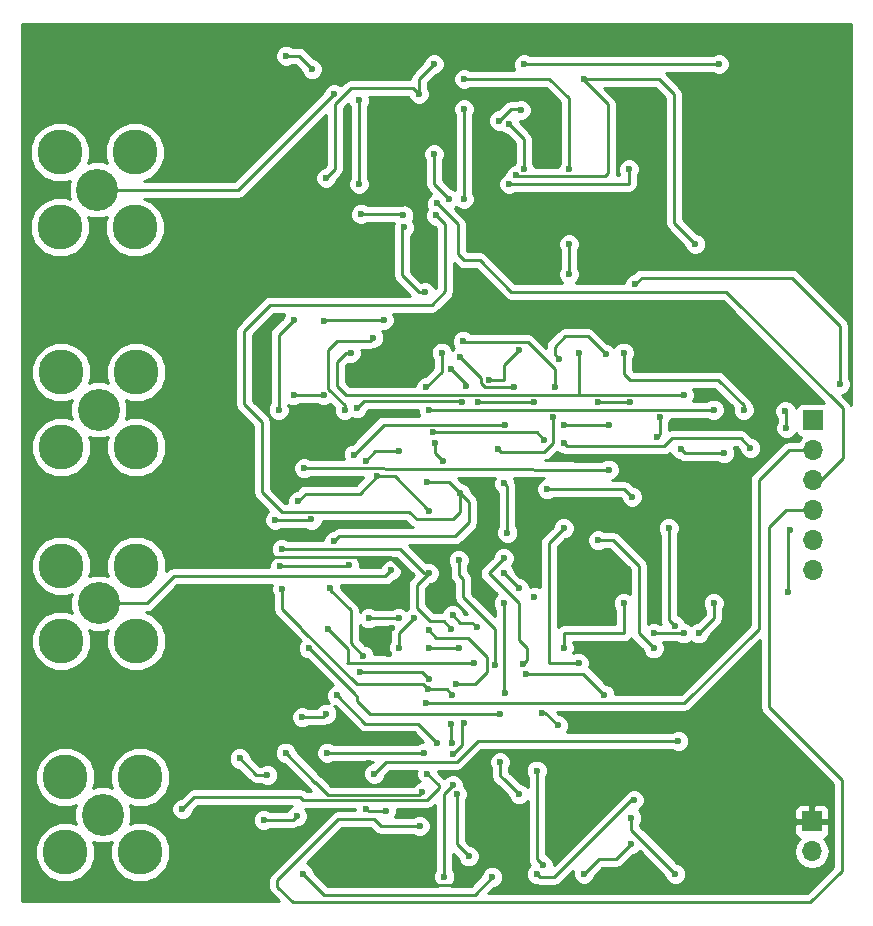
<source format=gbr>
G04 #@! TF.FileFunction,Copper,L2,Bot,Signal*
%FSLAX46Y46*%
G04 Gerber Fmt 4.6, Leading zero omitted, Abs format (unit mm)*
G04 Created by KiCad (PCBNEW 4.0.7) date 12/27/18 16:20:44*
%MOMM*%
%LPD*%
G01*
G04 APERTURE LIST*
%ADD10C,0.100000*%
%ADD11C,3.810000*%
%ADD12C,3.556000*%
%ADD13R,1.700000X1.700000*%
%ADD14O,1.700000X1.700000*%
%ADD15C,0.600000*%
%ADD16C,0.250000*%
%ADD17C,0.254000*%
G04 APERTURE END LIST*
D10*
D11*
X57230000Y-130567000D03*
D12*
X60405000Y-133742000D03*
D11*
X63580000Y-130567000D03*
X57230000Y-136917000D03*
X63580000Y-136917000D03*
X56896000Y-112649000D03*
D12*
X60071000Y-115824000D03*
D11*
X63246000Y-112649000D03*
X56896000Y-118999000D03*
X63246000Y-118999000D03*
X56896000Y-96266000D03*
D12*
X60071000Y-99441000D03*
D11*
X63246000Y-96266000D03*
X56896000Y-102616000D03*
X63246000Y-102616000D03*
X56769000Y-77660500D03*
D12*
X59944000Y-80835500D03*
D11*
X63119000Y-77660500D03*
X56769000Y-84010500D03*
X63119000Y-84010500D03*
D13*
X120586500Y-100330000D03*
D14*
X120586500Y-102870000D03*
X120586500Y-105410000D03*
X120586500Y-107950000D03*
X120586500Y-110490000D03*
X120586500Y-113030000D03*
D13*
X120459500Y-134302500D03*
D14*
X120459500Y-136842500D03*
D15*
X118201440Y-99562920D03*
X118409720Y-114861340D03*
X118577360Y-109636560D03*
X118292880Y-100995480D03*
X75565000Y-111252000D03*
X89916000Y-117983000D03*
X96266000Y-121793000D03*
X102870000Y-123571000D03*
X88011000Y-113284000D03*
X90098880Y-128579880D03*
X90982800Y-125928120D03*
X78089760Y-108732320D03*
X75001120Y-108772960D03*
X75935840Y-69474080D03*
X78130400Y-70612000D03*
X94424500Y-105681780D03*
X94675960Y-109842300D03*
X89344500Y-138963400D03*
X90081100Y-131203700D03*
X75412600Y-112674400D03*
X81229200Y-112598200D03*
X77292200Y-125476000D03*
X79349600Y-125171200D03*
X89103200Y-94615000D03*
X87807800Y-97536000D03*
X95834200Y-74066400D03*
X94005400Y-74955400D03*
X82270600Y-82854800D03*
X85852000Y-82981800D03*
X74358500Y-130365500D03*
X72009000Y-128968500D03*
X74041000Y-134175500D03*
X76835000Y-133858000D03*
X97599500Y-125095000D03*
X98933000Y-126174500D03*
X82740500Y-133223000D03*
X84391500Y-133413500D03*
X100711000Y-120904000D03*
X99441000Y-109474000D03*
X90297000Y-122682000D03*
X88011000Y-118110000D03*
X104521000Y-115824000D03*
X99441000Y-119634000D03*
X79527400Y-118033800D03*
X93599000Y-121031000D03*
X90551000Y-112166400D03*
X112141000Y-115824000D03*
X110871000Y-118364000D03*
X109601000Y-118364000D03*
X107061000Y-118364000D03*
X91821000Y-120904000D03*
X95981520Y-120997980D03*
X94361000Y-112014000D03*
X77851000Y-119634000D03*
X94361000Y-115824000D03*
X94043500Y-125222000D03*
X94488000Y-123444000D03*
X94361000Y-113284000D03*
X95631000Y-114554000D03*
X96901000Y-115284000D03*
X102362000Y-110490000D03*
X107061000Y-119634000D03*
X82931000Y-117094000D03*
X85471000Y-117094000D03*
X88011000Y-119634000D03*
X90551000Y-119634000D03*
X90043000Y-116840000D03*
X92075000Y-117856000D03*
X108839000Y-117729000D03*
X108331000Y-109474000D03*
X81915000Y-99314000D03*
X90805000Y-98806000D03*
X79121000Y-98171000D03*
X76581000Y-98171000D03*
X102362000Y-98806000D03*
X105029000Y-98806000D03*
X107569000Y-100076000D03*
X107315000Y-101727000D03*
X77469993Y-104395593D03*
X103251000Y-104521000D03*
X93853000Y-102743000D03*
X98552000Y-100076000D03*
X96901000Y-98806000D03*
X92202000Y-98806000D03*
X91186000Y-97409000D03*
X89916000Y-96012000D03*
X103251000Y-100711000D03*
X113030000Y-103124000D03*
X109347000Y-102743000D03*
X99441000Y-100711000D03*
X81661000Y-103251000D03*
X94488000Y-100711000D03*
X96075500Y-70167500D03*
X112585500Y-70167500D03*
X99885500Y-85407500D03*
X99885500Y-87947500D03*
X96075500Y-79057500D03*
X94805500Y-75247500D03*
X90995500Y-81597500D03*
X90995500Y-73977500D03*
X90906600Y-93599000D03*
X98679000Y-97536000D03*
X104965500Y-79057500D03*
X94805500Y-80327500D03*
X93091000Y-96901000D03*
X95631000Y-94361000D03*
X81407000Y-94615000D03*
X100711000Y-94615000D03*
X109601000Y-98171000D03*
X95440500Y-79565500D03*
X110585500Y-85407500D03*
X101155500Y-71437500D03*
X102997000Y-94742000D03*
X99060000Y-95123000D03*
X95250000Y-97536000D03*
X90678000Y-94996000D03*
X104521000Y-94615000D03*
X114681000Y-99441000D03*
X87439500Y-131826000D03*
X75905000Y-128492000D03*
X93405000Y-138992000D03*
X77405000Y-138742000D03*
X105405000Y-132492000D03*
X97155000Y-138742000D03*
X109155000Y-127492000D03*
X83405000Y-130242000D03*
X105155000Y-136242000D03*
X97155000Y-129992000D03*
X97655000Y-137992000D03*
X101155000Y-138742000D03*
X94053660Y-129258060D03*
X95655000Y-131992000D03*
X105155000Y-133992000D03*
X108905000Y-138742000D03*
X90405000Y-131992000D03*
X91405000Y-137242000D03*
X87680800Y-133400800D03*
X84836000Y-114757200D03*
X84937600Y-117957600D03*
X78917800Y-102616000D03*
X74803000Y-102590600D03*
X72974200Y-102895400D03*
X88493600Y-88671400D03*
X90322400Y-88747600D03*
X87858600Y-94564200D03*
X85725000Y-82042000D03*
X88341200Y-75285600D03*
X84645500Y-120142000D03*
X84582000Y-135763000D03*
X82994500Y-129349500D03*
X88392000Y-101346000D03*
X97790000Y-101981000D03*
X99441000Y-102235000D03*
X115252500Y-102679500D03*
X87820500Y-124269500D03*
X88709500Y-81978500D03*
X87249000Y-134683500D03*
X80238600Y-123596400D03*
X88747600Y-127660400D03*
X80010000Y-110553500D03*
X79692500Y-114554000D03*
X82486500Y-120269000D03*
X82232500Y-121666000D03*
X88011000Y-122237500D03*
X88646000Y-82994500D03*
X88519000Y-102235000D03*
X89217500Y-103822500D03*
X87884000Y-105537000D03*
X90678000Y-106489500D03*
X98044000Y-106172000D03*
X105219500Y-106807000D03*
X90017600Y-123571000D03*
X89865200Y-126009400D03*
X89992200Y-127635000D03*
X76962000Y-107188000D03*
X75628500Y-114617500D03*
X87947500Y-123126500D03*
X122809000Y-97282000D03*
X105473500Y-88836500D03*
X87693500Y-89471500D03*
X85915500Y-84010500D03*
X85471000Y-102933500D03*
X82677000Y-103759000D03*
X83629500Y-105092500D03*
X88074500Y-108013500D03*
X80899000Y-99441000D03*
X83312000Y-93345000D03*
X88011000Y-99441000D03*
X112141000Y-99441000D03*
X82105500Y-73247500D03*
X82105500Y-80327500D03*
X84201000Y-91821000D03*
X79121000Y-91948000D03*
X75311000Y-99441000D03*
X76581000Y-91821000D03*
X79311500Y-79819500D03*
X99885500Y-79057500D03*
X87185500Y-72707500D03*
X88455500Y-70167500D03*
X90995500Y-71437500D03*
X87655000Y-128492000D03*
X79405000Y-128492000D03*
X84836000Y-113030000D03*
X85471000Y-119634000D03*
X86741000Y-117094000D03*
X80010000Y-72707500D03*
X88455500Y-77787500D03*
X89725500Y-81597500D03*
X87905000Y-130242000D03*
X67155000Y-133242000D03*
D16*
X118409720Y-109804200D02*
X118409720Y-114861340D01*
X118577360Y-109636560D02*
X118409720Y-109804200D01*
X118292880Y-99654360D02*
X118292880Y-100995480D01*
X118292880Y-99654360D02*
X118201440Y-99562920D01*
X88011000Y-113284000D02*
X87630000Y-113284000D01*
X85598000Y-111252000D02*
X75565000Y-111252000D01*
X87630000Y-113284000D02*
X85598000Y-111252000D01*
X86995000Y-114300000D02*
X88011000Y-113284000D01*
X86995000Y-116205000D02*
X86995000Y-114300000D01*
X88138000Y-117348000D02*
X86995000Y-116205000D01*
X89281000Y-117348000D02*
X88138000Y-117348000D01*
X89916000Y-117983000D02*
X89281000Y-117348000D01*
X101092000Y-121793000D02*
X96266000Y-121793000D01*
X102870000Y-123571000D02*
X101092000Y-121793000D01*
X90815160Y-127863600D02*
X90098880Y-128579880D01*
X90815160Y-126095760D02*
X90815160Y-127863600D01*
X90982800Y-125928120D02*
X90815160Y-126095760D01*
X78089760Y-108732320D02*
X78049120Y-108772960D01*
X78049120Y-108772960D02*
X75001120Y-108772960D01*
X76992480Y-69474080D02*
X75935840Y-69474080D01*
X78130400Y-70612000D02*
X76992480Y-69474080D01*
X94424500Y-105681780D02*
X94675960Y-105933240D01*
X94675960Y-105933240D02*
X94675960Y-109842300D01*
X90081100Y-131203700D02*
X89344500Y-131940300D01*
X89344500Y-131940300D02*
X89344500Y-138963400D01*
X81153000Y-112674400D02*
X75412600Y-112674400D01*
X81229200Y-112598200D02*
X81153000Y-112674400D01*
X79044800Y-125476000D02*
X77292200Y-125476000D01*
X79349600Y-125171200D02*
X79044800Y-125476000D01*
X89103200Y-96240600D02*
X89103200Y-94615000D01*
X87807800Y-97536000D02*
X89103200Y-96240600D01*
X95732600Y-73964800D02*
X95834200Y-74066400D01*
X94996000Y-73964800D02*
X95732600Y-73964800D01*
X94005400Y-74955400D02*
X94996000Y-73964800D01*
X85725000Y-82854800D02*
X82270600Y-82854800D01*
X85852000Y-82981800D02*
X85725000Y-82854800D01*
X73406000Y-130365500D02*
X74358500Y-130365500D01*
X72009000Y-128968500D02*
X73406000Y-130365500D01*
X76517500Y-134175500D02*
X74041000Y-134175500D01*
X76835000Y-133858000D02*
X76517500Y-134175500D01*
X97853500Y-125095000D02*
X97599500Y-125095000D01*
X98933000Y-126174500D02*
X97853500Y-125095000D01*
X82740500Y-133223000D02*
X82931000Y-133413500D01*
X82931000Y-133413500D02*
X84391500Y-133413500D01*
X98171000Y-120904000D02*
X100711000Y-120904000D01*
X98171000Y-110744000D02*
X98171000Y-120904000D01*
X99441000Y-109474000D02*
X98171000Y-110744000D01*
X91948000Y-122682000D02*
X90297000Y-122682000D01*
X92964000Y-121666000D02*
X91948000Y-122682000D01*
X92964000Y-120396000D02*
X92964000Y-121666000D01*
X91313000Y-118745000D02*
X92964000Y-120396000D01*
X88646000Y-118745000D02*
X91313000Y-118745000D01*
X88011000Y-118110000D02*
X88646000Y-118745000D01*
X104521000Y-118364000D02*
X104521000Y-115824000D01*
X99441000Y-118364000D02*
X104521000Y-118364000D01*
X99441000Y-119634000D02*
X99441000Y-118364000D01*
X81178400Y-119684800D02*
X79527400Y-118033800D01*
X81178400Y-120904000D02*
X81178400Y-119684800D01*
X81178400Y-120904000D02*
X91821000Y-120904000D01*
X90551000Y-113411000D02*
X90551000Y-112166400D01*
X90551000Y-113411000D02*
X90932000Y-113792000D01*
X90932000Y-113792000D02*
X90932000Y-115316000D01*
X90932000Y-115316000D02*
X93599000Y-117983000D01*
X93599000Y-117983000D02*
X93599000Y-121031000D01*
X112141000Y-117094000D02*
X112141000Y-115824000D01*
X110871000Y-118364000D02*
X112141000Y-117094000D01*
X107061000Y-118364000D02*
X109601000Y-118364000D01*
X81121000Y-120904000D02*
X81178400Y-120904000D01*
X96341440Y-119614440D02*
X96341440Y-120638060D01*
X96341440Y-120638060D02*
X95981520Y-120997980D01*
X96361000Y-119634000D02*
X96341440Y-119614440D01*
X96341440Y-119614440D02*
X95631000Y-118904000D01*
X95631000Y-118904000D02*
X95631000Y-115824000D01*
X93091000Y-113284000D02*
X95631000Y-115824000D01*
X94361000Y-112014000D02*
X93091000Y-113284000D01*
X94361000Y-115824000D02*
X94361000Y-123317000D01*
X77851000Y-119634000D02*
X81661000Y-123444000D01*
X81978500Y-123761500D02*
X81661000Y-123444000D01*
X81978500Y-124142500D02*
X81978500Y-123761500D01*
X83058000Y-125222000D02*
X81978500Y-124142500D01*
X94043500Y-125222000D02*
X83058000Y-125222000D01*
X94361000Y-123317000D02*
X94488000Y-123444000D01*
X94361000Y-113284000D02*
X95631000Y-114554000D01*
X102362000Y-110490000D02*
X103632000Y-110490000D01*
X105791000Y-112649000D02*
X105791000Y-114427000D01*
X103632000Y-110490000D02*
X105791000Y-112649000D01*
X107061000Y-119634000D02*
X105791000Y-118364000D01*
X105791000Y-118364000D02*
X105791000Y-114427000D01*
X105791000Y-114427000D02*
X105791000Y-113284000D01*
X82931000Y-117094000D02*
X85471000Y-117094000D01*
X88011000Y-119634000D02*
X90551000Y-119634000D01*
X91694000Y-117475000D02*
X90678000Y-117475000D01*
X90043000Y-116840000D02*
X90678000Y-117475000D01*
X91694000Y-117475000D02*
X92075000Y-117856000D01*
X92075000Y-117856000D02*
X91694000Y-117475000D01*
X108331000Y-117221000D02*
X108331000Y-109474000D01*
X108839000Y-117729000D02*
X108331000Y-117221000D01*
X82550000Y-98679000D02*
X81915000Y-99314000D01*
X90678000Y-98679000D02*
X82550000Y-98679000D01*
X90805000Y-98806000D02*
X90678000Y-98679000D01*
X76581000Y-98171000D02*
X79121000Y-98171000D01*
X105029000Y-98806000D02*
X102362000Y-98806000D01*
X107569000Y-101473000D02*
X107569000Y-100076000D01*
X107315000Y-101727000D02*
X107569000Y-101473000D01*
X77469993Y-104395593D02*
X77977982Y-104397717D01*
X77977982Y-104397717D02*
X103251000Y-104521000D01*
X77977982Y-104397717D02*
X77977982Y-104397717D01*
X94107000Y-102997000D02*
X93853000Y-102743000D01*
X97790000Y-102997000D02*
X94107000Y-102997000D01*
X98552000Y-102235000D02*
X97790000Y-102997000D01*
X98552000Y-100076000D02*
X98552000Y-102235000D01*
X92202000Y-98806000D02*
X96901000Y-98806000D01*
X91186000Y-97282000D02*
X91186000Y-97409000D01*
X89916000Y-96012000D02*
X91186000Y-97282000D01*
X109728000Y-103124000D02*
X113030000Y-103124000D01*
X109347000Y-102743000D02*
X109728000Y-103124000D01*
X99441000Y-100711000D02*
X103251000Y-100711000D01*
X81661000Y-103251000D02*
X84201000Y-100711000D01*
X84201000Y-100711000D02*
X94488000Y-100711000D01*
X112585500Y-70167500D02*
X96075500Y-70167500D01*
X99885500Y-87947500D02*
X99885500Y-85407500D01*
X96075500Y-76517500D02*
X96075500Y-79057500D01*
X94805500Y-75247500D02*
X96075500Y-76517500D01*
X90995500Y-73977500D02*
X90995500Y-81597500D01*
X91109800Y-93726000D02*
X91033600Y-93726000D01*
X91033600Y-93726000D02*
X90906600Y-93599000D01*
X98679000Y-96012000D02*
X98679000Y-97536000D01*
X96393000Y-93726000D02*
X98679000Y-96012000D01*
X91059000Y-93726000D02*
X91109800Y-93726000D01*
X91109800Y-93726000D02*
X96393000Y-93726000D01*
X104965500Y-80327500D02*
X104965500Y-79057500D01*
X94805500Y-80327500D02*
X104965500Y-80327500D01*
X94361000Y-96901000D02*
X93091000Y-96901000D01*
X94361000Y-95631000D02*
X94361000Y-96901000D01*
X95631000Y-94361000D02*
X94361000Y-95631000D01*
X83471000Y-98171000D02*
X81026000Y-98171000D01*
X100711000Y-98171000D02*
X89281000Y-98171000D01*
X83471000Y-98171000D02*
X89281000Y-98171000D01*
X81026000Y-94615000D02*
X81407000Y-94615000D01*
X80264000Y-95377000D02*
X81026000Y-94615000D01*
X80264000Y-97409000D02*
X80264000Y-95377000D01*
X81026000Y-98171000D02*
X80264000Y-97409000D01*
X100711000Y-96361000D02*
X100711000Y-98171000D01*
X100711000Y-96393000D02*
X100711000Y-96361000D01*
X100711000Y-94615000D02*
X100711000Y-96393000D01*
X100711000Y-98171000D02*
X109601000Y-98171000D01*
X95440500Y-79565500D02*
X95567500Y-79692500D01*
X95567500Y-79692500D02*
X102933500Y-79692500D01*
X102933500Y-79692500D02*
X103187500Y-79438500D01*
X103187500Y-79438500D02*
X103187500Y-73596500D01*
X103187500Y-73596500D02*
X101155500Y-71564500D01*
X101155500Y-71564500D02*
X101155500Y-71437500D01*
X107505500Y-71437500D02*
X101155500Y-71437500D01*
X108775500Y-72707500D02*
X107505500Y-71437500D01*
X108775500Y-83597500D02*
X108775500Y-72707500D01*
X110585500Y-85407500D02*
X108775500Y-83597500D01*
X101473000Y-93218000D02*
X102997000Y-94742000D01*
X99568000Y-93218000D02*
X101473000Y-93218000D01*
X98679000Y-94107000D02*
X99568000Y-93218000D01*
X98679000Y-94742000D02*
X98679000Y-94107000D01*
X99060000Y-95123000D02*
X98679000Y-94742000D01*
X92779002Y-97536000D02*
X95250000Y-97536000D01*
X92456000Y-97212998D02*
X92779002Y-97536000D01*
X92456000Y-96774000D02*
X92456000Y-97212998D01*
X90678000Y-94996000D02*
X92456000Y-96774000D01*
X104537000Y-94631000D02*
X104537000Y-96377000D01*
X104521000Y-94615000D02*
X104537000Y-94631000D01*
X105045000Y-96885000D02*
X112506000Y-96885000D01*
X114681000Y-99060000D02*
X114681000Y-99441000D01*
X112506000Y-96885000D02*
X114681000Y-99060000D01*
X105061000Y-96901000D02*
X105045000Y-96885000D01*
X105045000Y-96885000D02*
X104537000Y-96377000D01*
X104537000Y-96377000D02*
X104521000Y-96361000D01*
X78422500Y-131000500D02*
X78422500Y-131009500D01*
X79463998Y-132041998D02*
X78422500Y-131000500D01*
X87223502Y-132041998D02*
X79463998Y-132041998D01*
X87439500Y-131826000D02*
X87223502Y-132041998D01*
X75905000Y-128492000D02*
X78422500Y-131009500D01*
X78422500Y-131009500D02*
X78655000Y-131242000D01*
X91905000Y-140492000D02*
X93405000Y-138992000D01*
X79155000Y-140492000D02*
X91905000Y-140492000D01*
X77405000Y-138742000D02*
X79155000Y-140492000D01*
X105155000Y-132492000D02*
X105405000Y-132492000D01*
X98655000Y-138992000D02*
X105155000Y-132492000D01*
X97405000Y-138992000D02*
X98655000Y-138992000D01*
X97155000Y-138742000D02*
X97405000Y-138992000D01*
X92155000Y-127492000D02*
X109155000Y-127492000D01*
X90405000Y-129242000D02*
X92155000Y-127492000D01*
X84405000Y-129242000D02*
X90405000Y-129242000D01*
X83405000Y-130242000D02*
X84405000Y-129242000D01*
X103905000Y-137492000D02*
X105155000Y-136242000D01*
X102405000Y-137492000D02*
X103905000Y-137492000D01*
X101155000Y-138742000D02*
X102405000Y-137492000D01*
X97155000Y-137492000D02*
X97155000Y-129992000D01*
X97655000Y-137992000D02*
X97155000Y-137492000D01*
X94068900Y-130462020D02*
X94053660Y-129258060D01*
X94405000Y-130742000D02*
X94068900Y-130462020D01*
X95655000Y-131992000D02*
X94405000Y-130742000D01*
X105155000Y-134992000D02*
X105155000Y-133992000D01*
X108905000Y-138742000D02*
X105155000Y-134992000D01*
X90405000Y-136242000D02*
X90405000Y-131992000D01*
X91405000Y-137242000D02*
X90405000Y-136242000D01*
X87680800Y-133400800D02*
X87703660Y-133400800D01*
X118193820Y-134302500D02*
X120459500Y-134302500D01*
X117835680Y-134660640D02*
X118193820Y-134302500D01*
X117835680Y-136977120D02*
X117835680Y-134660640D01*
X114950240Y-139862560D02*
X117835680Y-136977120D01*
X96136460Y-139862560D02*
X114950240Y-139862560D01*
X94018100Y-137744200D02*
X96136460Y-139862560D01*
X92481400Y-137744200D02*
X94018100Y-137744200D01*
X90525600Y-139700000D02*
X92481400Y-137744200D01*
X88765380Y-139700000D02*
X90525600Y-139700000D01*
X88206580Y-139141200D02*
X88765380Y-139700000D01*
X88206580Y-133903720D02*
X88206580Y-139141200D01*
X87703660Y-133400800D02*
X88206580Y-133903720D01*
X84836000Y-114757200D02*
X84836000Y-114388900D01*
X72974200Y-111826040D02*
X72974200Y-102895400D01*
X73060560Y-111912400D02*
X72974200Y-111826040D01*
X84754720Y-111912400D02*
X73060560Y-111912400D01*
X86004971Y-113162651D02*
X84754720Y-111912400D01*
X86004971Y-113219929D02*
X86004971Y-113162651D01*
X84836000Y-114388900D02*
X86004971Y-113219929D01*
X84810600Y-117957600D02*
X84937600Y-117957600D01*
X78917800Y-102616000D02*
X78892400Y-102590600D01*
X78892400Y-102590600D02*
X74803000Y-102590600D01*
X72948800Y-102895400D02*
X72948800Y-102870000D01*
X72974200Y-102895400D02*
X72948800Y-102895400D01*
X88468200Y-88773000D02*
X88442800Y-88798400D01*
X88468200Y-88696800D02*
X88468200Y-88773000D01*
X88493600Y-88671400D02*
X88468200Y-88696800D01*
X90322400Y-92100400D02*
X90322400Y-88747600D01*
X87858600Y-94564200D02*
X90322400Y-92100400D01*
X85725000Y-82042000D02*
X85725000Y-82016600D01*
X97155000Y-101346000D02*
X88392000Y-101346000D01*
X97790000Y-101981000D02*
X97155000Y-101346000D01*
X99758500Y-102552500D02*
X99441000Y-102235000D01*
X107950000Y-102552500D02*
X99758500Y-102552500D01*
X108648500Y-101854000D02*
X107950000Y-102552500D01*
X114427000Y-101854000D02*
X108648500Y-101854000D01*
X115252500Y-102679500D02*
X114427000Y-101854000D01*
X120586500Y-102870000D02*
X118491000Y-102870000D01*
X109664500Y-124269500D02*
X87820500Y-124269500D01*
X115951000Y-117983000D02*
X109664500Y-124269500D01*
X115951000Y-105410000D02*
X115951000Y-117983000D01*
X118491000Y-102870000D02*
X115951000Y-105410000D01*
X120586500Y-105410000D02*
X121221500Y-105410000D01*
X121221500Y-105410000D02*
X123063000Y-103568500D01*
X123063000Y-103568500D02*
X123063000Y-99314000D01*
X123063000Y-99314000D02*
X113220500Y-89471500D01*
X113220500Y-89471500D02*
X94996000Y-89471500D01*
X94996000Y-89471500D02*
X92329000Y-86804500D01*
X92329000Y-86804500D02*
X90995500Y-86804500D01*
X90995500Y-86804500D02*
X90487500Y-86296500D01*
X90487500Y-86296500D02*
X90487500Y-83756500D01*
X90487500Y-83756500D02*
X88709500Y-81978500D01*
X120586500Y-107950000D02*
X118237000Y-107950000D01*
X83947000Y-134683500D02*
X87249000Y-134683500D01*
X83375500Y-134112000D02*
X83947000Y-134683500D01*
X80327500Y-134112000D02*
X83375500Y-134112000D01*
X75184000Y-139255500D02*
X80327500Y-134112000D01*
X75184000Y-139827000D02*
X75184000Y-139255500D01*
X76517500Y-141160500D02*
X75184000Y-139827000D01*
X120332500Y-141160500D02*
X76517500Y-141160500D01*
X122999500Y-138493500D02*
X120332500Y-141160500D01*
X122999500Y-130810000D02*
X122999500Y-138493500D01*
X116840000Y-124650500D02*
X122999500Y-130810000D01*
X116840000Y-109347000D02*
X116840000Y-124650500D01*
X118237000Y-107950000D02*
X116840000Y-109347000D01*
X82651600Y-126009400D02*
X80238600Y-123596400D01*
X87096600Y-126009400D02*
X82651600Y-126009400D01*
X88747600Y-127660400D02*
X87096600Y-126009400D01*
X91440000Y-107251500D02*
X90678000Y-106489500D01*
X91440000Y-108966000D02*
X91440000Y-107251500D01*
X90233500Y-110172500D02*
X91440000Y-108966000D01*
X80391000Y-110172500D02*
X90233500Y-110172500D01*
X80010000Y-110553500D02*
X80391000Y-110172500D01*
X79692500Y-114681000D02*
X79692500Y-114554000D01*
X81407000Y-116395500D02*
X79692500Y-114681000D01*
X81407000Y-119189500D02*
X81407000Y-116395500D01*
X82486500Y-120269000D02*
X81407000Y-119189500D01*
X87439500Y-121666000D02*
X82232500Y-121666000D01*
X88011000Y-122237500D02*
X87439500Y-121666000D01*
X90678000Y-108077000D02*
X90678000Y-106489500D01*
X90043000Y-108712000D02*
X90678000Y-108077000D01*
X86995000Y-108712000D02*
X90043000Y-108712000D01*
X86360000Y-108077000D02*
X86995000Y-108712000D01*
X75565000Y-108077000D02*
X86360000Y-108077000D01*
X73914000Y-106426000D02*
X75565000Y-108077000D01*
X73914000Y-100520500D02*
X73914000Y-106426000D01*
X72390000Y-98996500D02*
X73914000Y-100520500D01*
X72390000Y-92773500D02*
X72390000Y-98996500D01*
X74612500Y-90551000D02*
X72390000Y-92773500D01*
X88265000Y-90551000D02*
X74612500Y-90551000D01*
X89408000Y-89408000D02*
X88265000Y-90551000D01*
X89408000Y-83756500D02*
X89408000Y-89408000D01*
X88646000Y-82994500D02*
X89408000Y-83756500D01*
X88519000Y-103124000D02*
X88519000Y-102235000D01*
X89217500Y-103822500D02*
X88519000Y-103124000D01*
X89725500Y-105537000D02*
X87884000Y-105537000D01*
X90678000Y-106489500D02*
X89725500Y-105537000D01*
X104584500Y-106172000D02*
X98044000Y-106172000D01*
X105219500Y-106807000D02*
X104584500Y-106172000D01*
X89573100Y-123126500D02*
X87947500Y-123126500D01*
X90017600Y-123571000D02*
X89573100Y-123126500D01*
X89865200Y-127508000D02*
X89865200Y-126009400D01*
X89992200Y-127635000D02*
X89865200Y-127508000D01*
X82169000Y-106553000D02*
X83629500Y-105092500D01*
X77597000Y-106553000D02*
X82169000Y-106553000D01*
X76962000Y-107188000D02*
X77597000Y-106553000D01*
X75628500Y-116332000D02*
X75628500Y-114617500D01*
X77216000Y-117919500D02*
X75628500Y-116332000D01*
X77216000Y-117983000D02*
X77216000Y-117919500D01*
X81915000Y-122682000D02*
X77216000Y-117983000D01*
X87503000Y-122682000D02*
X81915000Y-122682000D01*
X87947500Y-123126500D02*
X87503000Y-122682000D01*
X122809000Y-92329000D02*
X122809000Y-97282000D01*
X118745000Y-88265000D02*
X122809000Y-92329000D01*
X106045000Y-88265000D02*
X118745000Y-88265000D01*
X105473500Y-88836500D02*
X106045000Y-88265000D01*
X87185500Y-89471500D02*
X87693500Y-89471500D01*
X85788500Y-88074500D02*
X87185500Y-89471500D01*
X85788500Y-84137500D02*
X85788500Y-88074500D01*
X85915500Y-84010500D02*
X85788500Y-84137500D01*
X83502500Y-102933500D02*
X85471000Y-102933500D01*
X82677000Y-103759000D02*
X83502500Y-102933500D01*
X85153500Y-105092500D02*
X83629500Y-105092500D01*
X88074500Y-108013500D02*
X85153500Y-105092500D01*
X80899000Y-99060000D02*
X80899000Y-99441000D01*
X79502000Y-97663000D02*
X80899000Y-99060000D01*
X79502000Y-94361000D02*
X79502000Y-97663000D01*
X80264000Y-93599000D02*
X79502000Y-94361000D01*
X83058000Y-93599000D02*
X80264000Y-93599000D01*
X83312000Y-93345000D02*
X83058000Y-93599000D01*
X112141000Y-99441000D02*
X88011000Y-99441000D01*
X82105500Y-73247500D02*
X82105500Y-80327500D01*
X84201000Y-91821000D02*
X79248000Y-91821000D01*
X79248000Y-91821000D02*
X79121000Y-91948000D01*
X75311000Y-93091000D02*
X75311000Y-99441000D01*
X76581000Y-91821000D02*
X75311000Y-93091000D01*
X86677500Y-72199500D02*
X87185500Y-72707500D01*
X81470500Y-72199500D02*
X86677500Y-72199500D01*
X80073500Y-73596500D02*
X81470500Y-72199500D01*
X80073500Y-79057500D02*
X80073500Y-73596500D01*
X79311500Y-79819500D02*
X80073500Y-79057500D01*
X99885500Y-79057500D02*
X99885500Y-73088500D01*
X99885500Y-73088500D02*
X98234500Y-71437500D01*
X87185500Y-71437500D02*
X87185500Y-72707500D01*
X88455500Y-70167500D02*
X87185500Y-71437500D01*
X98234500Y-71437500D02*
X90995500Y-71437500D01*
X79405000Y-128492000D02*
X87655000Y-128492000D01*
X64135000Y-115824000D02*
X60071000Y-115824000D01*
X66421000Y-113538000D02*
X64135000Y-115824000D01*
X84328000Y-113538000D02*
X66421000Y-113538000D01*
X84836000Y-113030000D02*
X84328000Y-113538000D01*
X85471000Y-118364000D02*
X85471000Y-119634000D01*
X86741000Y-117094000D02*
X85471000Y-118364000D01*
X71882000Y-80835500D02*
X59944000Y-80835500D01*
X80010000Y-72707500D02*
X71882000Y-80835500D01*
X88455500Y-80327500D02*
X88455500Y-77787500D01*
X89725500Y-81597500D02*
X88455500Y-80327500D01*
X88905000Y-131242000D02*
X87905000Y-130242000D01*
X88905000Y-131492000D02*
X88905000Y-131242000D01*
X87905000Y-132492000D02*
X88905000Y-131492000D01*
X77405000Y-132492000D02*
X87905000Y-132492000D01*
X77155000Y-132242000D02*
X77405000Y-132492000D01*
X68155000Y-132242000D02*
X77155000Y-132242000D01*
X67155000Y-133242000D02*
X68155000Y-132242000D01*
D17*
G36*
X123750000Y-99000490D02*
X123600401Y-98776599D01*
X123027281Y-98203479D01*
X123337943Y-98075117D01*
X123601192Y-97812327D01*
X123743838Y-97468799D01*
X123744162Y-97096833D01*
X123602117Y-96753057D01*
X123569000Y-96719882D01*
X123569000Y-92329000D01*
X123511148Y-92038161D01*
X123346401Y-91791599D01*
X119282401Y-87727599D01*
X119035839Y-87562852D01*
X118745000Y-87505000D01*
X106045000Y-87505000D01*
X105754161Y-87562852D01*
X105507599Y-87727599D01*
X105333820Y-87901378D01*
X105288333Y-87901338D01*
X104944557Y-88043383D01*
X104681308Y-88306173D01*
X104538662Y-88649701D01*
X104538608Y-88711500D01*
X100443611Y-88711500D01*
X100677692Y-88477827D01*
X100820338Y-88134299D01*
X100820662Y-87762333D01*
X100678617Y-87418557D01*
X100645500Y-87385382D01*
X100645500Y-85969963D01*
X100677692Y-85937827D01*
X100820338Y-85594299D01*
X100820662Y-85222333D01*
X100678617Y-84878557D01*
X100415827Y-84615308D01*
X100072299Y-84472662D01*
X99700333Y-84472338D01*
X99356557Y-84614383D01*
X99093308Y-84877173D01*
X98950662Y-85220701D01*
X98950338Y-85592667D01*
X99092383Y-85936443D01*
X99125500Y-85969618D01*
X99125500Y-87385037D01*
X99093308Y-87417173D01*
X98950662Y-87760701D01*
X98950338Y-88132667D01*
X99092383Y-88476443D01*
X99327030Y-88711500D01*
X95310802Y-88711500D01*
X92866401Y-86267099D01*
X92619839Y-86102352D01*
X92329000Y-86044500D01*
X91310302Y-86044500D01*
X91247500Y-85981698D01*
X91247500Y-83756500D01*
X91189648Y-83465661D01*
X91024901Y-83219099D01*
X90213384Y-82407582D01*
X90254443Y-82390617D01*
X90360454Y-82284790D01*
X90465173Y-82389692D01*
X90808701Y-82532338D01*
X91180667Y-82532662D01*
X91524443Y-82390617D01*
X91787692Y-82127827D01*
X91930338Y-81784299D01*
X91930662Y-81412333D01*
X91788617Y-81068557D01*
X91755500Y-81035382D01*
X91755500Y-74539963D01*
X91787692Y-74507827D01*
X91930338Y-74164299D01*
X91930662Y-73792333D01*
X91788617Y-73448557D01*
X91525827Y-73185308D01*
X91182299Y-73042662D01*
X90810333Y-73042338D01*
X90466557Y-73184383D01*
X90203308Y-73447173D01*
X90060662Y-73790701D01*
X90060338Y-74162667D01*
X90202383Y-74506443D01*
X90235500Y-74539618D01*
X90235500Y-80796867D01*
X89912299Y-80662662D01*
X89865423Y-80662621D01*
X89215500Y-80012698D01*
X89215500Y-78349963D01*
X89247692Y-78317827D01*
X89390338Y-77974299D01*
X89390662Y-77602333D01*
X89248617Y-77258557D01*
X88985827Y-76995308D01*
X88642299Y-76852662D01*
X88270333Y-76852338D01*
X87926557Y-76994383D01*
X87663308Y-77257173D01*
X87520662Y-77600701D01*
X87520338Y-77972667D01*
X87662383Y-78316443D01*
X87695500Y-78349618D01*
X87695500Y-80327500D01*
X87753352Y-80618339D01*
X87918099Y-80864901D01*
X88221616Y-81168418D01*
X88180557Y-81185383D01*
X87917308Y-81448173D01*
X87774662Y-81791701D01*
X87774338Y-82163667D01*
X87885452Y-82432584D01*
X87853808Y-82464173D01*
X87711162Y-82807701D01*
X87710838Y-83179667D01*
X87852883Y-83523443D01*
X88115673Y-83786692D01*
X88459201Y-83929338D01*
X88506077Y-83929379D01*
X88648000Y-84071302D01*
X88648000Y-89093198D01*
X88577847Y-89163351D01*
X88486617Y-88942557D01*
X88223827Y-88679308D01*
X87880299Y-88536662D01*
X87508333Y-88536338D01*
X87378702Y-88589900D01*
X86548500Y-87759698D01*
X86548500Y-84699741D01*
X86707692Y-84540827D01*
X86850338Y-84197299D01*
X86850662Y-83825333D01*
X86708617Y-83481557D01*
X86672083Y-83444959D01*
X86786838Y-83168599D01*
X86787162Y-82796633D01*
X86645117Y-82452857D01*
X86382327Y-82189608D01*
X86038799Y-82046962D01*
X85666833Y-82046638D01*
X85550272Y-82094800D01*
X82833063Y-82094800D01*
X82800927Y-82062608D01*
X82457399Y-81919962D01*
X82085433Y-81919638D01*
X81741657Y-82061683D01*
X81478408Y-82324473D01*
X81335762Y-82668001D01*
X81335438Y-83039967D01*
X81477483Y-83383743D01*
X81740273Y-83646992D01*
X82083801Y-83789638D01*
X82455767Y-83789962D01*
X82799543Y-83647917D01*
X82832718Y-83614800D01*
X85067406Y-83614800D01*
X84980662Y-83823701D01*
X84980338Y-84195667D01*
X85028500Y-84312228D01*
X85028500Y-88074500D01*
X85086352Y-88365339D01*
X85251099Y-88611901D01*
X86430198Y-89791000D01*
X74612500Y-89791000D01*
X74321661Y-89848852D01*
X74075099Y-90013599D01*
X71852599Y-92236099D01*
X71687852Y-92482661D01*
X71630000Y-92773500D01*
X71630000Y-98996500D01*
X71687852Y-99287339D01*
X71852599Y-99533901D01*
X73154000Y-100835302D01*
X73154000Y-106426000D01*
X73211852Y-106716839D01*
X73376599Y-106963401D01*
X74432574Y-108019376D01*
X74208928Y-108242633D01*
X74066282Y-108586161D01*
X74065958Y-108958127D01*
X74208003Y-109301903D01*
X74470793Y-109565152D01*
X74814321Y-109707798D01*
X75186287Y-109708122D01*
X75530063Y-109566077D01*
X75563238Y-109532960D01*
X77579778Y-109532960D01*
X77902961Y-109667158D01*
X78274927Y-109667482D01*
X78618703Y-109525437D01*
X78881952Y-109262647D01*
X79024598Y-108919119D01*
X79024670Y-108837000D01*
X86045198Y-108837000D01*
X86457599Y-109249401D01*
X86701695Y-109412500D01*
X80391000Y-109412500D01*
X80100160Y-109470352D01*
X79878613Y-109618385D01*
X79824833Y-109618338D01*
X79481057Y-109760383D01*
X79217808Y-110023173D01*
X79075162Y-110366701D01*
X79075053Y-110492000D01*
X76127463Y-110492000D01*
X76095327Y-110459808D01*
X75751799Y-110317162D01*
X75379833Y-110316838D01*
X75036057Y-110458883D01*
X74772808Y-110721673D01*
X74630162Y-111065201D01*
X74629838Y-111437167D01*
X74771883Y-111780943D01*
X74877842Y-111887087D01*
X74620408Y-112144073D01*
X74477762Y-112487601D01*
X74477509Y-112778000D01*
X66421000Y-112778000D01*
X66130160Y-112835852D01*
X65883599Y-113000599D01*
X65785609Y-113098589D01*
X65786440Y-112145979D01*
X65400563Y-111212085D01*
X64686673Y-110496948D01*
X63753454Y-110109441D01*
X62742979Y-110108560D01*
X61809085Y-110494437D01*
X61093948Y-111208327D01*
X60706441Y-112141546D01*
X60705560Y-113152021D01*
X60866519Y-113541571D01*
X60553081Y-113411420D01*
X59593130Y-113410583D01*
X59275547Y-113541806D01*
X59435559Y-113156454D01*
X59436440Y-112145979D01*
X59050563Y-111212085D01*
X58336673Y-110496948D01*
X57403454Y-110109441D01*
X56392979Y-110108560D01*
X55459085Y-110494437D01*
X54743948Y-111208327D01*
X54356441Y-112141546D01*
X54355560Y-113152021D01*
X54741437Y-114085915D01*
X55455327Y-114801052D01*
X56388546Y-115188559D01*
X57399021Y-115189440D01*
X57788571Y-115028481D01*
X57658420Y-115341919D01*
X57657583Y-116301870D01*
X57788806Y-116619453D01*
X57403454Y-116459441D01*
X56392979Y-116458560D01*
X55459085Y-116844437D01*
X54743948Y-117558327D01*
X54356441Y-118491546D01*
X54355560Y-119502021D01*
X54741437Y-120435915D01*
X55455327Y-121151052D01*
X56388546Y-121538559D01*
X57399021Y-121539440D01*
X58332915Y-121153563D01*
X59048052Y-120439673D01*
X59435559Y-119506454D01*
X59436440Y-118495979D01*
X59275481Y-118106429D01*
X59588919Y-118236580D01*
X60548870Y-118237417D01*
X60866453Y-118106194D01*
X60706441Y-118491546D01*
X60705560Y-119502021D01*
X61091437Y-120435915D01*
X61805327Y-121151052D01*
X62738546Y-121538559D01*
X63749021Y-121539440D01*
X64682915Y-121153563D01*
X65398052Y-120439673D01*
X65785559Y-119506454D01*
X65786440Y-118495979D01*
X65400563Y-117562085D01*
X64686673Y-116846948D01*
X64053425Y-116584000D01*
X64135000Y-116584000D01*
X64425839Y-116526148D01*
X64672401Y-116361401D01*
X66735802Y-114298000D01*
X74748765Y-114298000D01*
X74693662Y-114430701D01*
X74693338Y-114802667D01*
X74835383Y-115146443D01*
X74868500Y-115179618D01*
X74868500Y-116332000D01*
X74926352Y-116622839D01*
X75091099Y-116869401D01*
X76550732Y-118329034D01*
X76678599Y-118520401D01*
X77160428Y-119002230D01*
X77058808Y-119103673D01*
X76916162Y-119447201D01*
X76915838Y-119819167D01*
X77057883Y-120162943D01*
X77320673Y-120426192D01*
X77664201Y-120568838D01*
X77711077Y-120568879D01*
X79876530Y-122734332D01*
X79709657Y-122803283D01*
X79446408Y-123066073D01*
X79303762Y-123409601D01*
X79303438Y-123781567D01*
X79445483Y-124125343D01*
X79570404Y-124250482D01*
X79536399Y-124236362D01*
X79164433Y-124236038D01*
X78820657Y-124378083D01*
X78557408Y-124640873D01*
X78526212Y-124716000D01*
X77854663Y-124716000D01*
X77822527Y-124683808D01*
X77478999Y-124541162D01*
X77107033Y-124540838D01*
X76763257Y-124682883D01*
X76500008Y-124945673D01*
X76357362Y-125289201D01*
X76357038Y-125661167D01*
X76499083Y-126004943D01*
X76761873Y-126268192D01*
X77105401Y-126410838D01*
X77477367Y-126411162D01*
X77821143Y-126269117D01*
X77854318Y-126236000D01*
X79044800Y-126236000D01*
X79335639Y-126178148D01*
X79443194Y-126106282D01*
X79534767Y-126106362D01*
X79878543Y-125964317D01*
X80141792Y-125701527D01*
X80284438Y-125357999D01*
X80284762Y-124986033D01*
X80142717Y-124642257D01*
X80017796Y-124517118D01*
X80051801Y-124531238D01*
X80098677Y-124531279D01*
X82114199Y-126546801D01*
X82360760Y-126711548D01*
X82651600Y-126769400D01*
X86781798Y-126769400D01*
X87569323Y-127556925D01*
X87469833Y-127556838D01*
X87126057Y-127698883D01*
X87092882Y-127732000D01*
X79967463Y-127732000D01*
X79935327Y-127699808D01*
X79591799Y-127557162D01*
X79219833Y-127556838D01*
X78876057Y-127698883D01*
X78612808Y-127961673D01*
X78470162Y-128305201D01*
X78469838Y-128677167D01*
X78611883Y-129020943D01*
X78874673Y-129284192D01*
X79218201Y-129426838D01*
X79590167Y-129427162D01*
X79933943Y-129285117D01*
X79967118Y-129252000D01*
X83320198Y-129252000D01*
X83265320Y-129306878D01*
X83219833Y-129306838D01*
X82876057Y-129448883D01*
X82612808Y-129711673D01*
X82470162Y-130055201D01*
X82469838Y-130427167D01*
X82611883Y-130770943D01*
X82874673Y-131034192D01*
X83218201Y-131176838D01*
X83590167Y-131177162D01*
X83933943Y-131035117D01*
X84197192Y-130772327D01*
X84339838Y-130428799D01*
X84339879Y-130381923D01*
X84719802Y-130002000D01*
X86992253Y-130002000D01*
X86970162Y-130055201D01*
X86969838Y-130427167D01*
X87111883Y-130770943D01*
X87238217Y-130897497D01*
X86910557Y-131032883D01*
X86661007Y-131281998D01*
X79778800Y-131281998D01*
X78959901Y-130463099D01*
X78932778Y-130444976D01*
X76840122Y-128352320D01*
X76840162Y-128306833D01*
X76698117Y-127963057D01*
X76435327Y-127699808D01*
X76091799Y-127557162D01*
X75719833Y-127556838D01*
X75376057Y-127698883D01*
X75112808Y-127961673D01*
X74970162Y-128305201D01*
X74969838Y-128677167D01*
X75111883Y-129020943D01*
X75374673Y-129284192D01*
X75718201Y-129426838D01*
X75765077Y-129426879D01*
X78070198Y-131732000D01*
X77719802Y-131732000D01*
X77692401Y-131704599D01*
X77445839Y-131539852D01*
X77155000Y-131482000D01*
X68155000Y-131482000D01*
X67864161Y-131539852D01*
X67617599Y-131704599D01*
X67015320Y-132306878D01*
X66969833Y-132306838D01*
X66626057Y-132448883D01*
X66362808Y-132711673D01*
X66220162Y-133055201D01*
X66219838Y-133427167D01*
X66361883Y-133770943D01*
X66624673Y-134034192D01*
X66968201Y-134176838D01*
X67340167Y-134177162D01*
X67683943Y-134035117D01*
X67947192Y-133772327D01*
X68089838Y-133428799D01*
X68089879Y-133381923D01*
X68469802Y-133002000D01*
X76458246Y-133002000D01*
X76306057Y-133064883D01*
X76042808Y-133327673D01*
X76006339Y-133415500D01*
X74603463Y-133415500D01*
X74571327Y-133383308D01*
X74227799Y-133240662D01*
X73855833Y-133240338D01*
X73512057Y-133382383D01*
X73248808Y-133645173D01*
X73106162Y-133988701D01*
X73105838Y-134360667D01*
X73247883Y-134704443D01*
X73510673Y-134967692D01*
X73854201Y-135110338D01*
X74226167Y-135110662D01*
X74569943Y-134968617D01*
X74603118Y-134935500D01*
X76517500Y-134935500D01*
X76808339Y-134877648D01*
X76934893Y-134793088D01*
X77020167Y-134793162D01*
X77363943Y-134651117D01*
X77627192Y-134388327D01*
X77769838Y-134044799D01*
X77770162Y-133672833D01*
X77628117Y-133329057D01*
X77551194Y-133252000D01*
X81805474Y-133252000D01*
X81805387Y-133352000D01*
X80327500Y-133352000D01*
X80084914Y-133400254D01*
X80036660Y-133409852D01*
X79790099Y-133574599D01*
X74646599Y-138718099D01*
X74481852Y-138964661D01*
X74424000Y-139255500D01*
X74424000Y-139827000D01*
X74481852Y-140117839D01*
X74646599Y-140364401D01*
X75304198Y-141022000D01*
X53605500Y-141022000D01*
X53605500Y-131070021D01*
X54689560Y-131070021D01*
X55075437Y-132003915D01*
X55789327Y-132719052D01*
X56722546Y-133106559D01*
X57733021Y-133107440D01*
X58122571Y-132946481D01*
X57992420Y-133259919D01*
X57991583Y-134219870D01*
X58122806Y-134537453D01*
X57737454Y-134377441D01*
X56726979Y-134376560D01*
X55793085Y-134762437D01*
X55077948Y-135476327D01*
X54690441Y-136409546D01*
X54689560Y-137420021D01*
X55075437Y-138353915D01*
X55789327Y-139069052D01*
X56722546Y-139456559D01*
X57733021Y-139457440D01*
X58666915Y-139071563D01*
X59382052Y-138357673D01*
X59769559Y-137424454D01*
X59770440Y-136413979D01*
X59609481Y-136024429D01*
X59922919Y-136154580D01*
X60882870Y-136155417D01*
X61200453Y-136024194D01*
X61040441Y-136409546D01*
X61039560Y-137420021D01*
X61425437Y-138353915D01*
X62139327Y-139069052D01*
X63072546Y-139456559D01*
X64083021Y-139457440D01*
X65016915Y-139071563D01*
X65732052Y-138357673D01*
X66119559Y-137424454D01*
X66120440Y-136413979D01*
X65734563Y-135480085D01*
X65020673Y-134764948D01*
X64087454Y-134377441D01*
X63076979Y-134376560D01*
X62687429Y-134537519D01*
X62817580Y-134224081D01*
X62818417Y-133264130D01*
X62687194Y-132946547D01*
X63072546Y-133106559D01*
X64083021Y-133107440D01*
X65016915Y-132721563D01*
X65732052Y-132007673D01*
X66119559Y-131074454D01*
X66120440Y-130063979D01*
X65744307Y-129153667D01*
X71073838Y-129153667D01*
X71215883Y-129497443D01*
X71478673Y-129760692D01*
X71822201Y-129903338D01*
X71869077Y-129903379D01*
X72868599Y-130902901D01*
X73115160Y-131067648D01*
X73406000Y-131125500D01*
X73796037Y-131125500D01*
X73828173Y-131157692D01*
X74171701Y-131300338D01*
X74543667Y-131300662D01*
X74887443Y-131158617D01*
X75150692Y-130895827D01*
X75293338Y-130552299D01*
X75293662Y-130180333D01*
X75151617Y-129836557D01*
X74888827Y-129573308D01*
X74545299Y-129430662D01*
X74173333Y-129430338D01*
X73829557Y-129572383D01*
X73796382Y-129605500D01*
X73720802Y-129605500D01*
X72944122Y-128828820D01*
X72944162Y-128783333D01*
X72802117Y-128439557D01*
X72539327Y-128176308D01*
X72195799Y-128033662D01*
X71823833Y-128033338D01*
X71480057Y-128175383D01*
X71216808Y-128438173D01*
X71074162Y-128781701D01*
X71073838Y-129153667D01*
X65744307Y-129153667D01*
X65734563Y-129130085D01*
X65020673Y-128414948D01*
X64087454Y-128027441D01*
X63076979Y-128026560D01*
X62143085Y-128412437D01*
X61427948Y-129126327D01*
X61040441Y-130059546D01*
X61039560Y-131070021D01*
X61200519Y-131459571D01*
X60887081Y-131329420D01*
X59927130Y-131328583D01*
X59609547Y-131459806D01*
X59769559Y-131074454D01*
X59770440Y-130063979D01*
X59384563Y-129130085D01*
X58670673Y-128414948D01*
X57737454Y-128027441D01*
X56726979Y-128026560D01*
X55793085Y-128412437D01*
X55077948Y-129126327D01*
X54690441Y-130059546D01*
X54689560Y-131070021D01*
X53605500Y-131070021D01*
X53605500Y-96769021D01*
X54355560Y-96769021D01*
X54741437Y-97702915D01*
X55455327Y-98418052D01*
X56388546Y-98805559D01*
X57399021Y-98806440D01*
X57788571Y-98645481D01*
X57658420Y-98958919D01*
X57657583Y-99918870D01*
X57788806Y-100236453D01*
X57403454Y-100076441D01*
X56392979Y-100075560D01*
X55459085Y-100461437D01*
X54743948Y-101175327D01*
X54356441Y-102108546D01*
X54355560Y-103119021D01*
X54741437Y-104052915D01*
X55455327Y-104768052D01*
X56388546Y-105155559D01*
X57399021Y-105156440D01*
X58332915Y-104770563D01*
X59048052Y-104056673D01*
X59435559Y-103123454D01*
X59436440Y-102112979D01*
X59275481Y-101723429D01*
X59588919Y-101853580D01*
X60548870Y-101854417D01*
X60866453Y-101723194D01*
X60706441Y-102108546D01*
X60705560Y-103119021D01*
X61091437Y-104052915D01*
X61805327Y-104768052D01*
X62738546Y-105155559D01*
X63749021Y-105156440D01*
X64682915Y-104770563D01*
X65398052Y-104056673D01*
X65785559Y-103123454D01*
X65786440Y-102112979D01*
X65400563Y-101179085D01*
X64686673Y-100463948D01*
X63753454Y-100076441D01*
X62742979Y-100075560D01*
X62353429Y-100236519D01*
X62483580Y-99923081D01*
X62484417Y-98963130D01*
X62353194Y-98645547D01*
X62738546Y-98805559D01*
X63749021Y-98806440D01*
X64682915Y-98420563D01*
X65398052Y-97706673D01*
X65785559Y-96773454D01*
X65786440Y-95762979D01*
X65400563Y-94829085D01*
X64686673Y-94113948D01*
X63753454Y-93726441D01*
X62742979Y-93725560D01*
X61809085Y-94111437D01*
X61093948Y-94825327D01*
X60706441Y-95758546D01*
X60705560Y-96769021D01*
X60866519Y-97158571D01*
X60553081Y-97028420D01*
X59593130Y-97027583D01*
X59275547Y-97158806D01*
X59435559Y-96773454D01*
X59436440Y-95762979D01*
X59050563Y-94829085D01*
X58336673Y-94113948D01*
X57403454Y-93726441D01*
X56392979Y-93725560D01*
X55459085Y-94111437D01*
X54743948Y-94825327D01*
X54356441Y-95758546D01*
X54355560Y-96769021D01*
X53605500Y-96769021D01*
X53605500Y-78163521D01*
X54228560Y-78163521D01*
X54614437Y-79097415D01*
X55328327Y-79812552D01*
X56261546Y-80200059D01*
X57272021Y-80200940D01*
X57661571Y-80039981D01*
X57531420Y-80353419D01*
X57530583Y-81313370D01*
X57661806Y-81630953D01*
X57276454Y-81470941D01*
X56265979Y-81470060D01*
X55332085Y-81855937D01*
X54616948Y-82569827D01*
X54229441Y-83503046D01*
X54228560Y-84513521D01*
X54614437Y-85447415D01*
X55328327Y-86162552D01*
X56261546Y-86550059D01*
X57272021Y-86550940D01*
X58205915Y-86165063D01*
X58921052Y-85451173D01*
X59308559Y-84517954D01*
X59309440Y-83507479D01*
X59148481Y-83117929D01*
X59461919Y-83248080D01*
X60421870Y-83248917D01*
X60739453Y-83117694D01*
X60579441Y-83503046D01*
X60578560Y-84513521D01*
X60964437Y-85447415D01*
X61678327Y-86162552D01*
X62611546Y-86550059D01*
X63622021Y-86550940D01*
X64555915Y-86165063D01*
X65271052Y-85451173D01*
X65658559Y-84517954D01*
X65659440Y-83507479D01*
X65273563Y-82573585D01*
X64559673Y-81858448D01*
X63926425Y-81595500D01*
X71882000Y-81595500D01*
X72172839Y-81537648D01*
X72419401Y-81372901D01*
X79313500Y-74478802D01*
X79313500Y-78742698D01*
X79171820Y-78884378D01*
X79126333Y-78884338D01*
X78782557Y-79026383D01*
X78519308Y-79289173D01*
X78376662Y-79632701D01*
X78376338Y-80004667D01*
X78518383Y-80348443D01*
X78781173Y-80611692D01*
X79124701Y-80754338D01*
X79496667Y-80754662D01*
X79840443Y-80612617D01*
X80103692Y-80349827D01*
X80246338Y-80006299D01*
X80246379Y-79959423D01*
X80610901Y-79594901D01*
X80775648Y-79348339D01*
X80833500Y-79057500D01*
X80833500Y-73911302D01*
X81211797Y-73533005D01*
X81312383Y-73776443D01*
X81345500Y-73809618D01*
X81345500Y-79765037D01*
X81313308Y-79797173D01*
X81170662Y-80140701D01*
X81170338Y-80512667D01*
X81312383Y-80856443D01*
X81575173Y-81119692D01*
X81918701Y-81262338D01*
X82290667Y-81262662D01*
X82634443Y-81120617D01*
X82897692Y-80857827D01*
X83040338Y-80514299D01*
X83040662Y-80142333D01*
X82898617Y-79798557D01*
X82865500Y-79765382D01*
X82865500Y-73809963D01*
X82897692Y-73777827D01*
X83040338Y-73434299D01*
X83040662Y-73062333D01*
X82998172Y-72959500D01*
X86277953Y-72959500D01*
X86392383Y-73236443D01*
X86655173Y-73499692D01*
X86998701Y-73642338D01*
X87370667Y-73642662D01*
X87714443Y-73500617D01*
X87977692Y-73237827D01*
X88120338Y-72894299D01*
X88120662Y-72522333D01*
X87978617Y-72178557D01*
X87945500Y-72145382D01*
X87945500Y-71752302D01*
X88075135Y-71622667D01*
X90060338Y-71622667D01*
X90202383Y-71966443D01*
X90465173Y-72229692D01*
X90808701Y-72372338D01*
X91180667Y-72372662D01*
X91524443Y-72230617D01*
X91557618Y-72197500D01*
X97919698Y-72197500D01*
X99125500Y-73403302D01*
X99125500Y-78495037D01*
X99093308Y-78527173D01*
X98950662Y-78870701D01*
X98950608Y-78932500D01*
X97010610Y-78932500D01*
X97010662Y-78872333D01*
X96868617Y-78528557D01*
X96835500Y-78495382D01*
X96835500Y-76517500D01*
X96777648Y-76226661D01*
X96777648Y-76226660D01*
X96612901Y-75980099D01*
X95740622Y-75107820D01*
X95740662Y-75062333D01*
X95715443Y-75001297D01*
X96019367Y-75001562D01*
X96363143Y-74859517D01*
X96626392Y-74596727D01*
X96769038Y-74253199D01*
X96769362Y-73881233D01*
X96627317Y-73537457D01*
X96364527Y-73274208D01*
X96020999Y-73131562D01*
X95649033Y-73131238D01*
X95470999Y-73204800D01*
X94996000Y-73204800D01*
X94705161Y-73262652D01*
X94458599Y-73427399D01*
X93865720Y-74020278D01*
X93820233Y-74020238D01*
X93476457Y-74162283D01*
X93213208Y-74425073D01*
X93070562Y-74768601D01*
X93070238Y-75140567D01*
X93212283Y-75484343D01*
X93475073Y-75747592D01*
X93818601Y-75890238D01*
X94126247Y-75890506D01*
X94275173Y-76039692D01*
X94618701Y-76182338D01*
X94665577Y-76182379D01*
X95315500Y-76832302D01*
X95315500Y-78495037D01*
X95283308Y-78527173D01*
X95237392Y-78637751D01*
X94911557Y-78772383D01*
X94648308Y-79035173D01*
X94505662Y-79378701D01*
X94505609Y-79439741D01*
X94276557Y-79534383D01*
X94013308Y-79797173D01*
X93870662Y-80140701D01*
X93870338Y-80512667D01*
X94012383Y-80856443D01*
X94275173Y-81119692D01*
X94618701Y-81262338D01*
X94990667Y-81262662D01*
X95334443Y-81120617D01*
X95367618Y-81087500D01*
X104965500Y-81087500D01*
X105256339Y-81029648D01*
X105502901Y-80864901D01*
X105667648Y-80618339D01*
X105725500Y-80327500D01*
X105725500Y-79619963D01*
X105757692Y-79587827D01*
X105900338Y-79244299D01*
X105900662Y-78872333D01*
X105758617Y-78528557D01*
X105495827Y-78265308D01*
X105152299Y-78122662D01*
X104780333Y-78122338D01*
X104436557Y-78264383D01*
X104173308Y-78527173D01*
X104030662Y-78870701D01*
X104030338Y-79242667D01*
X104164556Y-79567500D01*
X103921840Y-79567500D01*
X103947500Y-79438500D01*
X103947500Y-73596500D01*
X103889648Y-73305661D01*
X103724901Y-73059099D01*
X102863302Y-72197500D01*
X107190698Y-72197500D01*
X108015500Y-73022302D01*
X108015500Y-83597500D01*
X108073352Y-83888339D01*
X108238099Y-84134901D01*
X109650378Y-85547180D01*
X109650338Y-85592667D01*
X109792383Y-85936443D01*
X110055173Y-86199692D01*
X110398701Y-86342338D01*
X110770667Y-86342662D01*
X111114443Y-86200617D01*
X111377692Y-85937827D01*
X111520338Y-85594299D01*
X111520662Y-85222333D01*
X111378617Y-84878557D01*
X111115827Y-84615308D01*
X110772299Y-84472662D01*
X110725423Y-84472621D01*
X109535500Y-83282698D01*
X109535500Y-72707500D01*
X109504390Y-72551099D01*
X109477648Y-72416660D01*
X109312901Y-72170099D01*
X108070302Y-70927500D01*
X112023037Y-70927500D01*
X112055173Y-70959692D01*
X112398701Y-71102338D01*
X112770667Y-71102662D01*
X113114443Y-70960617D01*
X113377692Y-70697827D01*
X113520338Y-70354299D01*
X113520662Y-69982333D01*
X113378617Y-69638557D01*
X113115827Y-69375308D01*
X112772299Y-69232662D01*
X112400333Y-69232338D01*
X112056557Y-69374383D01*
X112023382Y-69407500D01*
X96637963Y-69407500D01*
X96605827Y-69375308D01*
X96262299Y-69232662D01*
X95890333Y-69232338D01*
X95546557Y-69374383D01*
X95283308Y-69637173D01*
X95140662Y-69980701D01*
X95140338Y-70352667D01*
X95274556Y-70677500D01*
X91557963Y-70677500D01*
X91525827Y-70645308D01*
X91182299Y-70502662D01*
X90810333Y-70502338D01*
X90466557Y-70644383D01*
X90203308Y-70907173D01*
X90060662Y-71250701D01*
X90060338Y-71622667D01*
X88075135Y-71622667D01*
X88595180Y-71102622D01*
X88640667Y-71102662D01*
X88984443Y-70960617D01*
X89247692Y-70697827D01*
X89390338Y-70354299D01*
X89390662Y-69982333D01*
X89248617Y-69638557D01*
X88985827Y-69375308D01*
X88642299Y-69232662D01*
X88270333Y-69232338D01*
X87926557Y-69374383D01*
X87663308Y-69637173D01*
X87520662Y-69980701D01*
X87520621Y-70027577D01*
X86648099Y-70900099D01*
X86483352Y-71146661D01*
X86425500Y-71437500D01*
X86425500Y-71439500D01*
X81470500Y-71439500D01*
X81179660Y-71497352D01*
X80933099Y-71662099D01*
X80610048Y-71985150D01*
X80540327Y-71915308D01*
X80196799Y-71772662D01*
X79824833Y-71772338D01*
X79481057Y-71914383D01*
X79217808Y-72177173D01*
X79075162Y-72520701D01*
X79075121Y-72567577D01*
X71567198Y-80075500D01*
X63925609Y-80075500D01*
X64555915Y-79815063D01*
X65271052Y-79101173D01*
X65658559Y-78167954D01*
X65659440Y-77157479D01*
X65273563Y-76223585D01*
X64559673Y-75508448D01*
X63626454Y-75120941D01*
X62615979Y-75120060D01*
X61682085Y-75505937D01*
X60966948Y-76219827D01*
X60579441Y-77153046D01*
X60578560Y-78163521D01*
X60739519Y-78553071D01*
X60426081Y-78422920D01*
X59466130Y-78422083D01*
X59148547Y-78553306D01*
X59308559Y-78167954D01*
X59309440Y-77157479D01*
X58923563Y-76223585D01*
X58209673Y-75508448D01*
X57276454Y-75120941D01*
X56265979Y-75120060D01*
X55332085Y-75505937D01*
X54616948Y-76219827D01*
X54229441Y-77153046D01*
X54228560Y-78163521D01*
X53605500Y-78163521D01*
X53605500Y-69659247D01*
X75000678Y-69659247D01*
X75142723Y-70003023D01*
X75405513Y-70266272D01*
X75749041Y-70408918D01*
X76121007Y-70409242D01*
X76464783Y-70267197D01*
X76497958Y-70234080D01*
X76677678Y-70234080D01*
X77195278Y-70751680D01*
X77195238Y-70797167D01*
X77337283Y-71140943D01*
X77600073Y-71404192D01*
X77943601Y-71546838D01*
X78315567Y-71547162D01*
X78659343Y-71405117D01*
X78922592Y-71142327D01*
X79065238Y-70798799D01*
X79065562Y-70426833D01*
X78923517Y-70083057D01*
X78660727Y-69819808D01*
X78317199Y-69677162D01*
X78270323Y-69677121D01*
X77529881Y-68936679D01*
X77283319Y-68771932D01*
X76992480Y-68714080D01*
X76498303Y-68714080D01*
X76466167Y-68681888D01*
X76122639Y-68539242D01*
X75750673Y-68538918D01*
X75406897Y-68680963D01*
X75143648Y-68943753D01*
X75001002Y-69287281D01*
X75000678Y-69659247D01*
X53605500Y-69659247D01*
X53605500Y-66750000D01*
X123750000Y-66750000D01*
X123750000Y-99000490D01*
X123750000Y-99000490D01*
G37*
X123750000Y-99000490D02*
X123600401Y-98776599D01*
X123027281Y-98203479D01*
X123337943Y-98075117D01*
X123601192Y-97812327D01*
X123743838Y-97468799D01*
X123744162Y-97096833D01*
X123602117Y-96753057D01*
X123569000Y-96719882D01*
X123569000Y-92329000D01*
X123511148Y-92038161D01*
X123346401Y-91791599D01*
X119282401Y-87727599D01*
X119035839Y-87562852D01*
X118745000Y-87505000D01*
X106045000Y-87505000D01*
X105754161Y-87562852D01*
X105507599Y-87727599D01*
X105333820Y-87901378D01*
X105288333Y-87901338D01*
X104944557Y-88043383D01*
X104681308Y-88306173D01*
X104538662Y-88649701D01*
X104538608Y-88711500D01*
X100443611Y-88711500D01*
X100677692Y-88477827D01*
X100820338Y-88134299D01*
X100820662Y-87762333D01*
X100678617Y-87418557D01*
X100645500Y-87385382D01*
X100645500Y-85969963D01*
X100677692Y-85937827D01*
X100820338Y-85594299D01*
X100820662Y-85222333D01*
X100678617Y-84878557D01*
X100415827Y-84615308D01*
X100072299Y-84472662D01*
X99700333Y-84472338D01*
X99356557Y-84614383D01*
X99093308Y-84877173D01*
X98950662Y-85220701D01*
X98950338Y-85592667D01*
X99092383Y-85936443D01*
X99125500Y-85969618D01*
X99125500Y-87385037D01*
X99093308Y-87417173D01*
X98950662Y-87760701D01*
X98950338Y-88132667D01*
X99092383Y-88476443D01*
X99327030Y-88711500D01*
X95310802Y-88711500D01*
X92866401Y-86267099D01*
X92619839Y-86102352D01*
X92329000Y-86044500D01*
X91310302Y-86044500D01*
X91247500Y-85981698D01*
X91247500Y-83756500D01*
X91189648Y-83465661D01*
X91024901Y-83219099D01*
X90213384Y-82407582D01*
X90254443Y-82390617D01*
X90360454Y-82284790D01*
X90465173Y-82389692D01*
X90808701Y-82532338D01*
X91180667Y-82532662D01*
X91524443Y-82390617D01*
X91787692Y-82127827D01*
X91930338Y-81784299D01*
X91930662Y-81412333D01*
X91788617Y-81068557D01*
X91755500Y-81035382D01*
X91755500Y-74539963D01*
X91787692Y-74507827D01*
X91930338Y-74164299D01*
X91930662Y-73792333D01*
X91788617Y-73448557D01*
X91525827Y-73185308D01*
X91182299Y-73042662D01*
X90810333Y-73042338D01*
X90466557Y-73184383D01*
X90203308Y-73447173D01*
X90060662Y-73790701D01*
X90060338Y-74162667D01*
X90202383Y-74506443D01*
X90235500Y-74539618D01*
X90235500Y-80796867D01*
X89912299Y-80662662D01*
X89865423Y-80662621D01*
X89215500Y-80012698D01*
X89215500Y-78349963D01*
X89247692Y-78317827D01*
X89390338Y-77974299D01*
X89390662Y-77602333D01*
X89248617Y-77258557D01*
X88985827Y-76995308D01*
X88642299Y-76852662D01*
X88270333Y-76852338D01*
X87926557Y-76994383D01*
X87663308Y-77257173D01*
X87520662Y-77600701D01*
X87520338Y-77972667D01*
X87662383Y-78316443D01*
X87695500Y-78349618D01*
X87695500Y-80327500D01*
X87753352Y-80618339D01*
X87918099Y-80864901D01*
X88221616Y-81168418D01*
X88180557Y-81185383D01*
X87917308Y-81448173D01*
X87774662Y-81791701D01*
X87774338Y-82163667D01*
X87885452Y-82432584D01*
X87853808Y-82464173D01*
X87711162Y-82807701D01*
X87710838Y-83179667D01*
X87852883Y-83523443D01*
X88115673Y-83786692D01*
X88459201Y-83929338D01*
X88506077Y-83929379D01*
X88648000Y-84071302D01*
X88648000Y-89093198D01*
X88577847Y-89163351D01*
X88486617Y-88942557D01*
X88223827Y-88679308D01*
X87880299Y-88536662D01*
X87508333Y-88536338D01*
X87378702Y-88589900D01*
X86548500Y-87759698D01*
X86548500Y-84699741D01*
X86707692Y-84540827D01*
X86850338Y-84197299D01*
X86850662Y-83825333D01*
X86708617Y-83481557D01*
X86672083Y-83444959D01*
X86786838Y-83168599D01*
X86787162Y-82796633D01*
X86645117Y-82452857D01*
X86382327Y-82189608D01*
X86038799Y-82046962D01*
X85666833Y-82046638D01*
X85550272Y-82094800D01*
X82833063Y-82094800D01*
X82800927Y-82062608D01*
X82457399Y-81919962D01*
X82085433Y-81919638D01*
X81741657Y-82061683D01*
X81478408Y-82324473D01*
X81335762Y-82668001D01*
X81335438Y-83039967D01*
X81477483Y-83383743D01*
X81740273Y-83646992D01*
X82083801Y-83789638D01*
X82455767Y-83789962D01*
X82799543Y-83647917D01*
X82832718Y-83614800D01*
X85067406Y-83614800D01*
X84980662Y-83823701D01*
X84980338Y-84195667D01*
X85028500Y-84312228D01*
X85028500Y-88074500D01*
X85086352Y-88365339D01*
X85251099Y-88611901D01*
X86430198Y-89791000D01*
X74612500Y-89791000D01*
X74321661Y-89848852D01*
X74075099Y-90013599D01*
X71852599Y-92236099D01*
X71687852Y-92482661D01*
X71630000Y-92773500D01*
X71630000Y-98996500D01*
X71687852Y-99287339D01*
X71852599Y-99533901D01*
X73154000Y-100835302D01*
X73154000Y-106426000D01*
X73211852Y-106716839D01*
X73376599Y-106963401D01*
X74432574Y-108019376D01*
X74208928Y-108242633D01*
X74066282Y-108586161D01*
X74065958Y-108958127D01*
X74208003Y-109301903D01*
X74470793Y-109565152D01*
X74814321Y-109707798D01*
X75186287Y-109708122D01*
X75530063Y-109566077D01*
X75563238Y-109532960D01*
X77579778Y-109532960D01*
X77902961Y-109667158D01*
X78274927Y-109667482D01*
X78618703Y-109525437D01*
X78881952Y-109262647D01*
X79024598Y-108919119D01*
X79024670Y-108837000D01*
X86045198Y-108837000D01*
X86457599Y-109249401D01*
X86701695Y-109412500D01*
X80391000Y-109412500D01*
X80100160Y-109470352D01*
X79878613Y-109618385D01*
X79824833Y-109618338D01*
X79481057Y-109760383D01*
X79217808Y-110023173D01*
X79075162Y-110366701D01*
X79075053Y-110492000D01*
X76127463Y-110492000D01*
X76095327Y-110459808D01*
X75751799Y-110317162D01*
X75379833Y-110316838D01*
X75036057Y-110458883D01*
X74772808Y-110721673D01*
X74630162Y-111065201D01*
X74629838Y-111437167D01*
X74771883Y-111780943D01*
X74877842Y-111887087D01*
X74620408Y-112144073D01*
X74477762Y-112487601D01*
X74477509Y-112778000D01*
X66421000Y-112778000D01*
X66130160Y-112835852D01*
X65883599Y-113000599D01*
X65785609Y-113098589D01*
X65786440Y-112145979D01*
X65400563Y-111212085D01*
X64686673Y-110496948D01*
X63753454Y-110109441D01*
X62742979Y-110108560D01*
X61809085Y-110494437D01*
X61093948Y-111208327D01*
X60706441Y-112141546D01*
X60705560Y-113152021D01*
X60866519Y-113541571D01*
X60553081Y-113411420D01*
X59593130Y-113410583D01*
X59275547Y-113541806D01*
X59435559Y-113156454D01*
X59436440Y-112145979D01*
X59050563Y-111212085D01*
X58336673Y-110496948D01*
X57403454Y-110109441D01*
X56392979Y-110108560D01*
X55459085Y-110494437D01*
X54743948Y-111208327D01*
X54356441Y-112141546D01*
X54355560Y-113152021D01*
X54741437Y-114085915D01*
X55455327Y-114801052D01*
X56388546Y-115188559D01*
X57399021Y-115189440D01*
X57788571Y-115028481D01*
X57658420Y-115341919D01*
X57657583Y-116301870D01*
X57788806Y-116619453D01*
X57403454Y-116459441D01*
X56392979Y-116458560D01*
X55459085Y-116844437D01*
X54743948Y-117558327D01*
X54356441Y-118491546D01*
X54355560Y-119502021D01*
X54741437Y-120435915D01*
X55455327Y-121151052D01*
X56388546Y-121538559D01*
X57399021Y-121539440D01*
X58332915Y-121153563D01*
X59048052Y-120439673D01*
X59435559Y-119506454D01*
X59436440Y-118495979D01*
X59275481Y-118106429D01*
X59588919Y-118236580D01*
X60548870Y-118237417D01*
X60866453Y-118106194D01*
X60706441Y-118491546D01*
X60705560Y-119502021D01*
X61091437Y-120435915D01*
X61805327Y-121151052D01*
X62738546Y-121538559D01*
X63749021Y-121539440D01*
X64682915Y-121153563D01*
X65398052Y-120439673D01*
X65785559Y-119506454D01*
X65786440Y-118495979D01*
X65400563Y-117562085D01*
X64686673Y-116846948D01*
X64053425Y-116584000D01*
X64135000Y-116584000D01*
X64425839Y-116526148D01*
X64672401Y-116361401D01*
X66735802Y-114298000D01*
X74748765Y-114298000D01*
X74693662Y-114430701D01*
X74693338Y-114802667D01*
X74835383Y-115146443D01*
X74868500Y-115179618D01*
X74868500Y-116332000D01*
X74926352Y-116622839D01*
X75091099Y-116869401D01*
X76550732Y-118329034D01*
X76678599Y-118520401D01*
X77160428Y-119002230D01*
X77058808Y-119103673D01*
X76916162Y-119447201D01*
X76915838Y-119819167D01*
X77057883Y-120162943D01*
X77320673Y-120426192D01*
X77664201Y-120568838D01*
X77711077Y-120568879D01*
X79876530Y-122734332D01*
X79709657Y-122803283D01*
X79446408Y-123066073D01*
X79303762Y-123409601D01*
X79303438Y-123781567D01*
X79445483Y-124125343D01*
X79570404Y-124250482D01*
X79536399Y-124236362D01*
X79164433Y-124236038D01*
X78820657Y-124378083D01*
X78557408Y-124640873D01*
X78526212Y-124716000D01*
X77854663Y-124716000D01*
X77822527Y-124683808D01*
X77478999Y-124541162D01*
X77107033Y-124540838D01*
X76763257Y-124682883D01*
X76500008Y-124945673D01*
X76357362Y-125289201D01*
X76357038Y-125661167D01*
X76499083Y-126004943D01*
X76761873Y-126268192D01*
X77105401Y-126410838D01*
X77477367Y-126411162D01*
X77821143Y-126269117D01*
X77854318Y-126236000D01*
X79044800Y-126236000D01*
X79335639Y-126178148D01*
X79443194Y-126106282D01*
X79534767Y-126106362D01*
X79878543Y-125964317D01*
X80141792Y-125701527D01*
X80284438Y-125357999D01*
X80284762Y-124986033D01*
X80142717Y-124642257D01*
X80017796Y-124517118D01*
X80051801Y-124531238D01*
X80098677Y-124531279D01*
X82114199Y-126546801D01*
X82360760Y-126711548D01*
X82651600Y-126769400D01*
X86781798Y-126769400D01*
X87569323Y-127556925D01*
X87469833Y-127556838D01*
X87126057Y-127698883D01*
X87092882Y-127732000D01*
X79967463Y-127732000D01*
X79935327Y-127699808D01*
X79591799Y-127557162D01*
X79219833Y-127556838D01*
X78876057Y-127698883D01*
X78612808Y-127961673D01*
X78470162Y-128305201D01*
X78469838Y-128677167D01*
X78611883Y-129020943D01*
X78874673Y-129284192D01*
X79218201Y-129426838D01*
X79590167Y-129427162D01*
X79933943Y-129285117D01*
X79967118Y-129252000D01*
X83320198Y-129252000D01*
X83265320Y-129306878D01*
X83219833Y-129306838D01*
X82876057Y-129448883D01*
X82612808Y-129711673D01*
X82470162Y-130055201D01*
X82469838Y-130427167D01*
X82611883Y-130770943D01*
X82874673Y-131034192D01*
X83218201Y-131176838D01*
X83590167Y-131177162D01*
X83933943Y-131035117D01*
X84197192Y-130772327D01*
X84339838Y-130428799D01*
X84339879Y-130381923D01*
X84719802Y-130002000D01*
X86992253Y-130002000D01*
X86970162Y-130055201D01*
X86969838Y-130427167D01*
X87111883Y-130770943D01*
X87238217Y-130897497D01*
X86910557Y-131032883D01*
X86661007Y-131281998D01*
X79778800Y-131281998D01*
X78959901Y-130463099D01*
X78932778Y-130444976D01*
X76840122Y-128352320D01*
X76840162Y-128306833D01*
X76698117Y-127963057D01*
X76435327Y-127699808D01*
X76091799Y-127557162D01*
X75719833Y-127556838D01*
X75376057Y-127698883D01*
X75112808Y-127961673D01*
X74970162Y-128305201D01*
X74969838Y-128677167D01*
X75111883Y-129020943D01*
X75374673Y-129284192D01*
X75718201Y-129426838D01*
X75765077Y-129426879D01*
X78070198Y-131732000D01*
X77719802Y-131732000D01*
X77692401Y-131704599D01*
X77445839Y-131539852D01*
X77155000Y-131482000D01*
X68155000Y-131482000D01*
X67864161Y-131539852D01*
X67617599Y-131704599D01*
X67015320Y-132306878D01*
X66969833Y-132306838D01*
X66626057Y-132448883D01*
X66362808Y-132711673D01*
X66220162Y-133055201D01*
X66219838Y-133427167D01*
X66361883Y-133770943D01*
X66624673Y-134034192D01*
X66968201Y-134176838D01*
X67340167Y-134177162D01*
X67683943Y-134035117D01*
X67947192Y-133772327D01*
X68089838Y-133428799D01*
X68089879Y-133381923D01*
X68469802Y-133002000D01*
X76458246Y-133002000D01*
X76306057Y-133064883D01*
X76042808Y-133327673D01*
X76006339Y-133415500D01*
X74603463Y-133415500D01*
X74571327Y-133383308D01*
X74227799Y-133240662D01*
X73855833Y-133240338D01*
X73512057Y-133382383D01*
X73248808Y-133645173D01*
X73106162Y-133988701D01*
X73105838Y-134360667D01*
X73247883Y-134704443D01*
X73510673Y-134967692D01*
X73854201Y-135110338D01*
X74226167Y-135110662D01*
X74569943Y-134968617D01*
X74603118Y-134935500D01*
X76517500Y-134935500D01*
X76808339Y-134877648D01*
X76934893Y-134793088D01*
X77020167Y-134793162D01*
X77363943Y-134651117D01*
X77627192Y-134388327D01*
X77769838Y-134044799D01*
X77770162Y-133672833D01*
X77628117Y-133329057D01*
X77551194Y-133252000D01*
X81805474Y-133252000D01*
X81805387Y-133352000D01*
X80327500Y-133352000D01*
X80084914Y-133400254D01*
X80036660Y-133409852D01*
X79790099Y-133574599D01*
X74646599Y-138718099D01*
X74481852Y-138964661D01*
X74424000Y-139255500D01*
X74424000Y-139827000D01*
X74481852Y-140117839D01*
X74646599Y-140364401D01*
X75304198Y-141022000D01*
X53605500Y-141022000D01*
X53605500Y-131070021D01*
X54689560Y-131070021D01*
X55075437Y-132003915D01*
X55789327Y-132719052D01*
X56722546Y-133106559D01*
X57733021Y-133107440D01*
X58122571Y-132946481D01*
X57992420Y-133259919D01*
X57991583Y-134219870D01*
X58122806Y-134537453D01*
X57737454Y-134377441D01*
X56726979Y-134376560D01*
X55793085Y-134762437D01*
X55077948Y-135476327D01*
X54690441Y-136409546D01*
X54689560Y-137420021D01*
X55075437Y-138353915D01*
X55789327Y-139069052D01*
X56722546Y-139456559D01*
X57733021Y-139457440D01*
X58666915Y-139071563D01*
X59382052Y-138357673D01*
X59769559Y-137424454D01*
X59770440Y-136413979D01*
X59609481Y-136024429D01*
X59922919Y-136154580D01*
X60882870Y-136155417D01*
X61200453Y-136024194D01*
X61040441Y-136409546D01*
X61039560Y-137420021D01*
X61425437Y-138353915D01*
X62139327Y-139069052D01*
X63072546Y-139456559D01*
X64083021Y-139457440D01*
X65016915Y-139071563D01*
X65732052Y-138357673D01*
X66119559Y-137424454D01*
X66120440Y-136413979D01*
X65734563Y-135480085D01*
X65020673Y-134764948D01*
X64087454Y-134377441D01*
X63076979Y-134376560D01*
X62687429Y-134537519D01*
X62817580Y-134224081D01*
X62818417Y-133264130D01*
X62687194Y-132946547D01*
X63072546Y-133106559D01*
X64083021Y-133107440D01*
X65016915Y-132721563D01*
X65732052Y-132007673D01*
X66119559Y-131074454D01*
X66120440Y-130063979D01*
X65744307Y-129153667D01*
X71073838Y-129153667D01*
X71215883Y-129497443D01*
X71478673Y-129760692D01*
X71822201Y-129903338D01*
X71869077Y-129903379D01*
X72868599Y-130902901D01*
X73115160Y-131067648D01*
X73406000Y-131125500D01*
X73796037Y-131125500D01*
X73828173Y-131157692D01*
X74171701Y-131300338D01*
X74543667Y-131300662D01*
X74887443Y-131158617D01*
X75150692Y-130895827D01*
X75293338Y-130552299D01*
X75293662Y-130180333D01*
X75151617Y-129836557D01*
X74888827Y-129573308D01*
X74545299Y-129430662D01*
X74173333Y-129430338D01*
X73829557Y-129572383D01*
X73796382Y-129605500D01*
X73720802Y-129605500D01*
X72944122Y-128828820D01*
X72944162Y-128783333D01*
X72802117Y-128439557D01*
X72539327Y-128176308D01*
X72195799Y-128033662D01*
X71823833Y-128033338D01*
X71480057Y-128175383D01*
X71216808Y-128438173D01*
X71074162Y-128781701D01*
X71073838Y-129153667D01*
X65744307Y-129153667D01*
X65734563Y-129130085D01*
X65020673Y-128414948D01*
X64087454Y-128027441D01*
X63076979Y-128026560D01*
X62143085Y-128412437D01*
X61427948Y-129126327D01*
X61040441Y-130059546D01*
X61039560Y-131070021D01*
X61200519Y-131459571D01*
X60887081Y-131329420D01*
X59927130Y-131328583D01*
X59609547Y-131459806D01*
X59769559Y-131074454D01*
X59770440Y-130063979D01*
X59384563Y-129130085D01*
X58670673Y-128414948D01*
X57737454Y-128027441D01*
X56726979Y-128026560D01*
X55793085Y-128412437D01*
X55077948Y-129126327D01*
X54690441Y-130059546D01*
X54689560Y-131070021D01*
X53605500Y-131070021D01*
X53605500Y-96769021D01*
X54355560Y-96769021D01*
X54741437Y-97702915D01*
X55455327Y-98418052D01*
X56388546Y-98805559D01*
X57399021Y-98806440D01*
X57788571Y-98645481D01*
X57658420Y-98958919D01*
X57657583Y-99918870D01*
X57788806Y-100236453D01*
X57403454Y-100076441D01*
X56392979Y-100075560D01*
X55459085Y-100461437D01*
X54743948Y-101175327D01*
X54356441Y-102108546D01*
X54355560Y-103119021D01*
X54741437Y-104052915D01*
X55455327Y-104768052D01*
X56388546Y-105155559D01*
X57399021Y-105156440D01*
X58332915Y-104770563D01*
X59048052Y-104056673D01*
X59435559Y-103123454D01*
X59436440Y-102112979D01*
X59275481Y-101723429D01*
X59588919Y-101853580D01*
X60548870Y-101854417D01*
X60866453Y-101723194D01*
X60706441Y-102108546D01*
X60705560Y-103119021D01*
X61091437Y-104052915D01*
X61805327Y-104768052D01*
X62738546Y-105155559D01*
X63749021Y-105156440D01*
X64682915Y-104770563D01*
X65398052Y-104056673D01*
X65785559Y-103123454D01*
X65786440Y-102112979D01*
X65400563Y-101179085D01*
X64686673Y-100463948D01*
X63753454Y-100076441D01*
X62742979Y-100075560D01*
X62353429Y-100236519D01*
X62483580Y-99923081D01*
X62484417Y-98963130D01*
X62353194Y-98645547D01*
X62738546Y-98805559D01*
X63749021Y-98806440D01*
X64682915Y-98420563D01*
X65398052Y-97706673D01*
X65785559Y-96773454D01*
X65786440Y-95762979D01*
X65400563Y-94829085D01*
X64686673Y-94113948D01*
X63753454Y-93726441D01*
X62742979Y-93725560D01*
X61809085Y-94111437D01*
X61093948Y-94825327D01*
X60706441Y-95758546D01*
X60705560Y-96769021D01*
X60866519Y-97158571D01*
X60553081Y-97028420D01*
X59593130Y-97027583D01*
X59275547Y-97158806D01*
X59435559Y-96773454D01*
X59436440Y-95762979D01*
X59050563Y-94829085D01*
X58336673Y-94113948D01*
X57403454Y-93726441D01*
X56392979Y-93725560D01*
X55459085Y-94111437D01*
X54743948Y-94825327D01*
X54356441Y-95758546D01*
X54355560Y-96769021D01*
X53605500Y-96769021D01*
X53605500Y-78163521D01*
X54228560Y-78163521D01*
X54614437Y-79097415D01*
X55328327Y-79812552D01*
X56261546Y-80200059D01*
X57272021Y-80200940D01*
X57661571Y-80039981D01*
X57531420Y-80353419D01*
X57530583Y-81313370D01*
X57661806Y-81630953D01*
X57276454Y-81470941D01*
X56265979Y-81470060D01*
X55332085Y-81855937D01*
X54616948Y-82569827D01*
X54229441Y-83503046D01*
X54228560Y-84513521D01*
X54614437Y-85447415D01*
X55328327Y-86162552D01*
X56261546Y-86550059D01*
X57272021Y-86550940D01*
X58205915Y-86165063D01*
X58921052Y-85451173D01*
X59308559Y-84517954D01*
X59309440Y-83507479D01*
X59148481Y-83117929D01*
X59461919Y-83248080D01*
X60421870Y-83248917D01*
X60739453Y-83117694D01*
X60579441Y-83503046D01*
X60578560Y-84513521D01*
X60964437Y-85447415D01*
X61678327Y-86162552D01*
X62611546Y-86550059D01*
X63622021Y-86550940D01*
X64555915Y-86165063D01*
X65271052Y-85451173D01*
X65658559Y-84517954D01*
X65659440Y-83507479D01*
X65273563Y-82573585D01*
X64559673Y-81858448D01*
X63926425Y-81595500D01*
X71882000Y-81595500D01*
X72172839Y-81537648D01*
X72419401Y-81372901D01*
X79313500Y-74478802D01*
X79313500Y-78742698D01*
X79171820Y-78884378D01*
X79126333Y-78884338D01*
X78782557Y-79026383D01*
X78519308Y-79289173D01*
X78376662Y-79632701D01*
X78376338Y-80004667D01*
X78518383Y-80348443D01*
X78781173Y-80611692D01*
X79124701Y-80754338D01*
X79496667Y-80754662D01*
X79840443Y-80612617D01*
X80103692Y-80349827D01*
X80246338Y-80006299D01*
X80246379Y-79959423D01*
X80610901Y-79594901D01*
X80775648Y-79348339D01*
X80833500Y-79057500D01*
X80833500Y-73911302D01*
X81211797Y-73533005D01*
X81312383Y-73776443D01*
X81345500Y-73809618D01*
X81345500Y-79765037D01*
X81313308Y-79797173D01*
X81170662Y-80140701D01*
X81170338Y-80512667D01*
X81312383Y-80856443D01*
X81575173Y-81119692D01*
X81918701Y-81262338D01*
X82290667Y-81262662D01*
X82634443Y-81120617D01*
X82897692Y-80857827D01*
X83040338Y-80514299D01*
X83040662Y-80142333D01*
X82898617Y-79798557D01*
X82865500Y-79765382D01*
X82865500Y-73809963D01*
X82897692Y-73777827D01*
X83040338Y-73434299D01*
X83040662Y-73062333D01*
X82998172Y-72959500D01*
X86277953Y-72959500D01*
X86392383Y-73236443D01*
X86655173Y-73499692D01*
X86998701Y-73642338D01*
X87370667Y-73642662D01*
X87714443Y-73500617D01*
X87977692Y-73237827D01*
X88120338Y-72894299D01*
X88120662Y-72522333D01*
X87978617Y-72178557D01*
X87945500Y-72145382D01*
X87945500Y-71752302D01*
X88075135Y-71622667D01*
X90060338Y-71622667D01*
X90202383Y-71966443D01*
X90465173Y-72229692D01*
X90808701Y-72372338D01*
X91180667Y-72372662D01*
X91524443Y-72230617D01*
X91557618Y-72197500D01*
X97919698Y-72197500D01*
X99125500Y-73403302D01*
X99125500Y-78495037D01*
X99093308Y-78527173D01*
X98950662Y-78870701D01*
X98950608Y-78932500D01*
X97010610Y-78932500D01*
X97010662Y-78872333D01*
X96868617Y-78528557D01*
X96835500Y-78495382D01*
X96835500Y-76517500D01*
X96777648Y-76226661D01*
X96777648Y-76226660D01*
X96612901Y-75980099D01*
X95740622Y-75107820D01*
X95740662Y-75062333D01*
X95715443Y-75001297D01*
X96019367Y-75001562D01*
X96363143Y-74859517D01*
X96626392Y-74596727D01*
X96769038Y-74253199D01*
X96769362Y-73881233D01*
X96627317Y-73537457D01*
X96364527Y-73274208D01*
X96020999Y-73131562D01*
X95649033Y-73131238D01*
X95470999Y-73204800D01*
X94996000Y-73204800D01*
X94705161Y-73262652D01*
X94458599Y-73427399D01*
X93865720Y-74020278D01*
X93820233Y-74020238D01*
X93476457Y-74162283D01*
X93213208Y-74425073D01*
X93070562Y-74768601D01*
X93070238Y-75140567D01*
X93212283Y-75484343D01*
X93475073Y-75747592D01*
X93818601Y-75890238D01*
X94126247Y-75890506D01*
X94275173Y-76039692D01*
X94618701Y-76182338D01*
X94665577Y-76182379D01*
X95315500Y-76832302D01*
X95315500Y-78495037D01*
X95283308Y-78527173D01*
X95237392Y-78637751D01*
X94911557Y-78772383D01*
X94648308Y-79035173D01*
X94505662Y-79378701D01*
X94505609Y-79439741D01*
X94276557Y-79534383D01*
X94013308Y-79797173D01*
X93870662Y-80140701D01*
X93870338Y-80512667D01*
X94012383Y-80856443D01*
X94275173Y-81119692D01*
X94618701Y-81262338D01*
X94990667Y-81262662D01*
X95334443Y-81120617D01*
X95367618Y-81087500D01*
X104965500Y-81087500D01*
X105256339Y-81029648D01*
X105502901Y-80864901D01*
X105667648Y-80618339D01*
X105725500Y-80327500D01*
X105725500Y-79619963D01*
X105757692Y-79587827D01*
X105900338Y-79244299D01*
X105900662Y-78872333D01*
X105758617Y-78528557D01*
X105495827Y-78265308D01*
X105152299Y-78122662D01*
X104780333Y-78122338D01*
X104436557Y-78264383D01*
X104173308Y-78527173D01*
X104030662Y-78870701D01*
X104030338Y-79242667D01*
X104164556Y-79567500D01*
X103921840Y-79567500D01*
X103947500Y-79438500D01*
X103947500Y-73596500D01*
X103889648Y-73305661D01*
X103724901Y-73059099D01*
X102863302Y-72197500D01*
X107190698Y-72197500D01*
X108015500Y-73022302D01*
X108015500Y-83597500D01*
X108073352Y-83888339D01*
X108238099Y-84134901D01*
X109650378Y-85547180D01*
X109650338Y-85592667D01*
X109792383Y-85936443D01*
X110055173Y-86199692D01*
X110398701Y-86342338D01*
X110770667Y-86342662D01*
X111114443Y-86200617D01*
X111377692Y-85937827D01*
X111520338Y-85594299D01*
X111520662Y-85222333D01*
X111378617Y-84878557D01*
X111115827Y-84615308D01*
X110772299Y-84472662D01*
X110725423Y-84472621D01*
X109535500Y-83282698D01*
X109535500Y-72707500D01*
X109504390Y-72551099D01*
X109477648Y-72416660D01*
X109312901Y-72170099D01*
X108070302Y-70927500D01*
X112023037Y-70927500D01*
X112055173Y-70959692D01*
X112398701Y-71102338D01*
X112770667Y-71102662D01*
X113114443Y-70960617D01*
X113377692Y-70697827D01*
X113520338Y-70354299D01*
X113520662Y-69982333D01*
X113378617Y-69638557D01*
X113115827Y-69375308D01*
X112772299Y-69232662D01*
X112400333Y-69232338D01*
X112056557Y-69374383D01*
X112023382Y-69407500D01*
X96637963Y-69407500D01*
X96605827Y-69375308D01*
X96262299Y-69232662D01*
X95890333Y-69232338D01*
X95546557Y-69374383D01*
X95283308Y-69637173D01*
X95140662Y-69980701D01*
X95140338Y-70352667D01*
X95274556Y-70677500D01*
X91557963Y-70677500D01*
X91525827Y-70645308D01*
X91182299Y-70502662D01*
X90810333Y-70502338D01*
X90466557Y-70644383D01*
X90203308Y-70907173D01*
X90060662Y-71250701D01*
X90060338Y-71622667D01*
X88075135Y-71622667D01*
X88595180Y-71102622D01*
X88640667Y-71102662D01*
X88984443Y-70960617D01*
X89247692Y-70697827D01*
X89390338Y-70354299D01*
X89390662Y-69982333D01*
X89248617Y-69638557D01*
X88985827Y-69375308D01*
X88642299Y-69232662D01*
X88270333Y-69232338D01*
X87926557Y-69374383D01*
X87663308Y-69637173D01*
X87520662Y-69980701D01*
X87520621Y-70027577D01*
X86648099Y-70900099D01*
X86483352Y-71146661D01*
X86425500Y-71437500D01*
X86425500Y-71439500D01*
X81470500Y-71439500D01*
X81179660Y-71497352D01*
X80933099Y-71662099D01*
X80610048Y-71985150D01*
X80540327Y-71915308D01*
X80196799Y-71772662D01*
X79824833Y-71772338D01*
X79481057Y-71914383D01*
X79217808Y-72177173D01*
X79075162Y-72520701D01*
X79075121Y-72567577D01*
X71567198Y-80075500D01*
X63925609Y-80075500D01*
X64555915Y-79815063D01*
X65271052Y-79101173D01*
X65658559Y-78167954D01*
X65659440Y-77157479D01*
X65273563Y-76223585D01*
X64559673Y-75508448D01*
X63626454Y-75120941D01*
X62615979Y-75120060D01*
X61682085Y-75505937D01*
X60966948Y-76219827D01*
X60579441Y-77153046D01*
X60578560Y-78163521D01*
X60739519Y-78553071D01*
X60426081Y-78422920D01*
X59466130Y-78422083D01*
X59148547Y-78553306D01*
X59308559Y-78167954D01*
X59309440Y-77157479D01*
X58923563Y-76223585D01*
X58209673Y-75508448D01*
X57276454Y-75120941D01*
X56265979Y-75120060D01*
X55332085Y-75505937D01*
X54616948Y-76219827D01*
X54229441Y-77153046D01*
X54228560Y-78163521D01*
X53605500Y-78163521D01*
X53605500Y-69659247D01*
X75000678Y-69659247D01*
X75142723Y-70003023D01*
X75405513Y-70266272D01*
X75749041Y-70408918D01*
X76121007Y-70409242D01*
X76464783Y-70267197D01*
X76497958Y-70234080D01*
X76677678Y-70234080D01*
X77195278Y-70751680D01*
X77195238Y-70797167D01*
X77337283Y-71140943D01*
X77600073Y-71404192D01*
X77943601Y-71546838D01*
X78315567Y-71547162D01*
X78659343Y-71405117D01*
X78922592Y-71142327D01*
X79065238Y-70798799D01*
X79065562Y-70426833D01*
X78923517Y-70083057D01*
X78660727Y-69819808D01*
X78317199Y-69677162D01*
X78270323Y-69677121D01*
X77529881Y-68936679D01*
X77283319Y-68771932D01*
X76992480Y-68714080D01*
X76498303Y-68714080D01*
X76466167Y-68681888D01*
X76122639Y-68539242D01*
X75750673Y-68538918D01*
X75406897Y-68680963D01*
X75143648Y-68943753D01*
X75001002Y-69287281D01*
X75000678Y-69659247D01*
X53605500Y-69659247D01*
X53605500Y-66750000D01*
X123750000Y-66750000D01*
X123750000Y-99000490D01*
G36*
X116080000Y-124650500D02*
X116137852Y-124941339D01*
X116302599Y-125187901D01*
X122239500Y-131124802D01*
X122239500Y-138178698D01*
X120017698Y-140400500D01*
X93071302Y-140400500D01*
X93544680Y-139927122D01*
X93590167Y-139927162D01*
X93933943Y-139785117D01*
X94197192Y-139522327D01*
X94339838Y-139178799D01*
X94340162Y-138806833D01*
X94198117Y-138463057D01*
X93935327Y-138199808D01*
X93591799Y-138057162D01*
X93219833Y-138056838D01*
X92876057Y-138198883D01*
X92612808Y-138461673D01*
X92470162Y-138805201D01*
X92470121Y-138852077D01*
X91590198Y-139732000D01*
X89898003Y-139732000D01*
X90136692Y-139493727D01*
X90279338Y-139150199D01*
X90279662Y-138778233D01*
X90137617Y-138434457D01*
X90104500Y-138401282D01*
X90104500Y-137016302D01*
X90469878Y-137381680D01*
X90469838Y-137427167D01*
X90611883Y-137770943D01*
X90874673Y-138034192D01*
X91218201Y-138176838D01*
X91590167Y-138177162D01*
X91933943Y-138035117D01*
X92197192Y-137772327D01*
X92339838Y-137428799D01*
X92340162Y-137056833D01*
X92198117Y-136713057D01*
X91935327Y-136449808D01*
X91591799Y-136307162D01*
X91544923Y-136307121D01*
X91165000Y-135927198D01*
X91165000Y-132554463D01*
X91197192Y-132522327D01*
X91339838Y-132178799D01*
X91340162Y-131806833D01*
X91198117Y-131463057D01*
X91016034Y-131280656D01*
X91016262Y-131018533D01*
X90874217Y-130674757D01*
X90611427Y-130411508D01*
X90267899Y-130268862D01*
X89895933Y-130268538D01*
X89552157Y-130410583D01*
X89350095Y-130612293D01*
X88840122Y-130102320D01*
X88840162Y-130056833D01*
X88817506Y-130002000D01*
X90405000Y-130002000D01*
X90695839Y-129944148D01*
X90942401Y-129779401D01*
X91278575Y-129443227D01*
X93118498Y-129443227D01*
X93260543Y-129787003D01*
X93300805Y-129827336D01*
X93308961Y-130471639D01*
X93315201Y-130501059D01*
X93312034Y-130530964D01*
X93345774Y-130645199D01*
X93370489Y-130761722D01*
X93387512Y-130786513D01*
X93396031Y-130815357D01*
X93470923Y-130907990D01*
X93538344Y-131006179D01*
X93563558Y-131022568D01*
X93582466Y-131045956D01*
X93892023Y-131303825D01*
X94719878Y-132131680D01*
X94719838Y-132177167D01*
X94861883Y-132520943D01*
X95124673Y-132784192D01*
X95468201Y-132926838D01*
X95840167Y-132927162D01*
X96183943Y-132785117D01*
X96395000Y-132574428D01*
X96395000Y-137492000D01*
X96452852Y-137782839D01*
X96588710Y-137986165D01*
X96362808Y-138211673D01*
X96220162Y-138555201D01*
X96219838Y-138927167D01*
X96361883Y-139270943D01*
X96624673Y-139534192D01*
X96968201Y-139676838D01*
X97088410Y-139676943D01*
X97114160Y-139694148D01*
X97405000Y-139752000D01*
X98655000Y-139752000D01*
X98945839Y-139694148D01*
X99192401Y-139529401D01*
X100258196Y-138463606D01*
X100220162Y-138555201D01*
X100219838Y-138927167D01*
X100361883Y-139270943D01*
X100624673Y-139534192D01*
X100968201Y-139676838D01*
X101340167Y-139677162D01*
X101683943Y-139535117D01*
X101947192Y-139272327D01*
X102089838Y-138928799D01*
X102089879Y-138881923D01*
X102719802Y-138252000D01*
X103905000Y-138252000D01*
X104195839Y-138194148D01*
X104442401Y-138029401D01*
X105294680Y-137177122D01*
X105340167Y-137177162D01*
X105683943Y-137035117D01*
X105903821Y-136815623D01*
X107969878Y-138881680D01*
X107969838Y-138927167D01*
X108111883Y-139270943D01*
X108374673Y-139534192D01*
X108718201Y-139676838D01*
X109090167Y-139677162D01*
X109433943Y-139535117D01*
X109697192Y-139272327D01*
X109839838Y-138928799D01*
X109840162Y-138556833D01*
X109698117Y-138213057D01*
X109435327Y-137949808D01*
X109091799Y-137807162D01*
X109044923Y-137807121D01*
X108080302Y-136842500D01*
X118945407Y-136842500D01*
X119058446Y-137410785D01*
X119380353Y-137892554D01*
X119862122Y-138214461D01*
X120430407Y-138327500D01*
X120488593Y-138327500D01*
X121056878Y-138214461D01*
X121538647Y-137892554D01*
X121860554Y-137410785D01*
X121973593Y-136842500D01*
X121860554Y-136274215D01*
X121538647Y-135792446D01*
X121494723Y-135763097D01*
X121669198Y-135690827D01*
X121847827Y-135512199D01*
X121944500Y-135278810D01*
X121944500Y-134588250D01*
X121785750Y-134429500D01*
X120586500Y-134429500D01*
X120586500Y-134449500D01*
X120332500Y-134449500D01*
X120332500Y-134429500D01*
X119133250Y-134429500D01*
X118974500Y-134588250D01*
X118974500Y-135278810D01*
X119071173Y-135512199D01*
X119249802Y-135690827D01*
X119424277Y-135763097D01*
X119380353Y-135792446D01*
X119058446Y-136274215D01*
X118945407Y-136842500D01*
X108080302Y-136842500D01*
X105915000Y-134677198D01*
X105915000Y-134554463D01*
X105947192Y-134522327D01*
X106089838Y-134178799D01*
X106090162Y-133806833D01*
X105948117Y-133463057D01*
X105818220Y-133332933D01*
X105834539Y-133326190D01*
X118974500Y-133326190D01*
X118974500Y-134016750D01*
X119133250Y-134175500D01*
X120332500Y-134175500D01*
X120332500Y-132976250D01*
X120586500Y-132976250D01*
X120586500Y-134175500D01*
X121785750Y-134175500D01*
X121944500Y-134016750D01*
X121944500Y-133326190D01*
X121847827Y-133092801D01*
X121669198Y-132914173D01*
X121435809Y-132817500D01*
X120745250Y-132817500D01*
X120586500Y-132976250D01*
X120332500Y-132976250D01*
X120173750Y-132817500D01*
X119483191Y-132817500D01*
X119249802Y-132914173D01*
X119071173Y-133092801D01*
X118974500Y-133326190D01*
X105834539Y-133326190D01*
X105933943Y-133285117D01*
X106197192Y-133022327D01*
X106339838Y-132678799D01*
X106340162Y-132306833D01*
X106198117Y-131963057D01*
X105935327Y-131699808D01*
X105591799Y-131557162D01*
X105219833Y-131556838D01*
X104876057Y-131698883D01*
X104624541Y-131949961D01*
X104617599Y-131954599D01*
X98590009Y-137982189D01*
X98590162Y-137806833D01*
X98448117Y-137463057D01*
X98185327Y-137199808D01*
X97915000Y-137087558D01*
X97915000Y-130554463D01*
X97947192Y-130522327D01*
X98089838Y-130178799D01*
X98090162Y-129806833D01*
X97948117Y-129463057D01*
X97685327Y-129199808D01*
X97341799Y-129057162D01*
X96969833Y-129056838D01*
X96626057Y-129198883D01*
X96362808Y-129461673D01*
X96220162Y-129805201D01*
X96219838Y-130177167D01*
X96361883Y-130520943D01*
X96395000Y-130554118D01*
X96395000Y-131409847D01*
X96185327Y-131199808D01*
X95841799Y-131057162D01*
X95794923Y-131057121D01*
X94942401Y-130204599D01*
X94913378Y-130185207D01*
X94891434Y-130158064D01*
X94824406Y-130102228D01*
X94820751Y-129813444D01*
X94845852Y-129788387D01*
X94988498Y-129444859D01*
X94988822Y-129072893D01*
X94846777Y-128729117D01*
X94583987Y-128465868D01*
X94240459Y-128323222D01*
X93868493Y-128322898D01*
X93524717Y-128464943D01*
X93261468Y-128727733D01*
X93118822Y-129071261D01*
X93118498Y-129443227D01*
X91278575Y-129443227D01*
X92469802Y-128252000D01*
X108592537Y-128252000D01*
X108624673Y-128284192D01*
X108968201Y-128426838D01*
X109340167Y-128427162D01*
X109683943Y-128285117D01*
X109947192Y-128022327D01*
X110089838Y-127678799D01*
X110090162Y-127306833D01*
X109948117Y-126963057D01*
X109685327Y-126699808D01*
X109341799Y-126557162D01*
X108969833Y-126556838D01*
X108626057Y-126698883D01*
X108592882Y-126732000D01*
X99697972Y-126732000D01*
X99725192Y-126704827D01*
X99867838Y-126361299D01*
X99868162Y-125989333D01*
X99726117Y-125645557D01*
X99463327Y-125382308D01*
X99119799Y-125239662D01*
X99072923Y-125239621D01*
X98862802Y-125029500D01*
X109664500Y-125029500D01*
X109955339Y-124971648D01*
X110201901Y-124806901D01*
X116080000Y-118928802D01*
X116080000Y-124650500D01*
X116080000Y-124650500D01*
G37*
X116080000Y-124650500D02*
X116137852Y-124941339D01*
X116302599Y-125187901D01*
X122239500Y-131124802D01*
X122239500Y-138178698D01*
X120017698Y-140400500D01*
X93071302Y-140400500D01*
X93544680Y-139927122D01*
X93590167Y-139927162D01*
X93933943Y-139785117D01*
X94197192Y-139522327D01*
X94339838Y-139178799D01*
X94340162Y-138806833D01*
X94198117Y-138463057D01*
X93935327Y-138199808D01*
X93591799Y-138057162D01*
X93219833Y-138056838D01*
X92876057Y-138198883D01*
X92612808Y-138461673D01*
X92470162Y-138805201D01*
X92470121Y-138852077D01*
X91590198Y-139732000D01*
X89898003Y-139732000D01*
X90136692Y-139493727D01*
X90279338Y-139150199D01*
X90279662Y-138778233D01*
X90137617Y-138434457D01*
X90104500Y-138401282D01*
X90104500Y-137016302D01*
X90469878Y-137381680D01*
X90469838Y-137427167D01*
X90611883Y-137770943D01*
X90874673Y-138034192D01*
X91218201Y-138176838D01*
X91590167Y-138177162D01*
X91933943Y-138035117D01*
X92197192Y-137772327D01*
X92339838Y-137428799D01*
X92340162Y-137056833D01*
X92198117Y-136713057D01*
X91935327Y-136449808D01*
X91591799Y-136307162D01*
X91544923Y-136307121D01*
X91165000Y-135927198D01*
X91165000Y-132554463D01*
X91197192Y-132522327D01*
X91339838Y-132178799D01*
X91340162Y-131806833D01*
X91198117Y-131463057D01*
X91016034Y-131280656D01*
X91016262Y-131018533D01*
X90874217Y-130674757D01*
X90611427Y-130411508D01*
X90267899Y-130268862D01*
X89895933Y-130268538D01*
X89552157Y-130410583D01*
X89350095Y-130612293D01*
X88840122Y-130102320D01*
X88840162Y-130056833D01*
X88817506Y-130002000D01*
X90405000Y-130002000D01*
X90695839Y-129944148D01*
X90942401Y-129779401D01*
X91278575Y-129443227D01*
X93118498Y-129443227D01*
X93260543Y-129787003D01*
X93300805Y-129827336D01*
X93308961Y-130471639D01*
X93315201Y-130501059D01*
X93312034Y-130530964D01*
X93345774Y-130645199D01*
X93370489Y-130761722D01*
X93387512Y-130786513D01*
X93396031Y-130815357D01*
X93470923Y-130907990D01*
X93538344Y-131006179D01*
X93563558Y-131022568D01*
X93582466Y-131045956D01*
X93892023Y-131303825D01*
X94719878Y-132131680D01*
X94719838Y-132177167D01*
X94861883Y-132520943D01*
X95124673Y-132784192D01*
X95468201Y-132926838D01*
X95840167Y-132927162D01*
X96183943Y-132785117D01*
X96395000Y-132574428D01*
X96395000Y-137492000D01*
X96452852Y-137782839D01*
X96588710Y-137986165D01*
X96362808Y-138211673D01*
X96220162Y-138555201D01*
X96219838Y-138927167D01*
X96361883Y-139270943D01*
X96624673Y-139534192D01*
X96968201Y-139676838D01*
X97088410Y-139676943D01*
X97114160Y-139694148D01*
X97405000Y-139752000D01*
X98655000Y-139752000D01*
X98945839Y-139694148D01*
X99192401Y-139529401D01*
X100258196Y-138463606D01*
X100220162Y-138555201D01*
X100219838Y-138927167D01*
X100361883Y-139270943D01*
X100624673Y-139534192D01*
X100968201Y-139676838D01*
X101340167Y-139677162D01*
X101683943Y-139535117D01*
X101947192Y-139272327D01*
X102089838Y-138928799D01*
X102089879Y-138881923D01*
X102719802Y-138252000D01*
X103905000Y-138252000D01*
X104195839Y-138194148D01*
X104442401Y-138029401D01*
X105294680Y-137177122D01*
X105340167Y-137177162D01*
X105683943Y-137035117D01*
X105903821Y-136815623D01*
X107969878Y-138881680D01*
X107969838Y-138927167D01*
X108111883Y-139270943D01*
X108374673Y-139534192D01*
X108718201Y-139676838D01*
X109090167Y-139677162D01*
X109433943Y-139535117D01*
X109697192Y-139272327D01*
X109839838Y-138928799D01*
X109840162Y-138556833D01*
X109698117Y-138213057D01*
X109435327Y-137949808D01*
X109091799Y-137807162D01*
X109044923Y-137807121D01*
X108080302Y-136842500D01*
X118945407Y-136842500D01*
X119058446Y-137410785D01*
X119380353Y-137892554D01*
X119862122Y-138214461D01*
X120430407Y-138327500D01*
X120488593Y-138327500D01*
X121056878Y-138214461D01*
X121538647Y-137892554D01*
X121860554Y-137410785D01*
X121973593Y-136842500D01*
X121860554Y-136274215D01*
X121538647Y-135792446D01*
X121494723Y-135763097D01*
X121669198Y-135690827D01*
X121847827Y-135512199D01*
X121944500Y-135278810D01*
X121944500Y-134588250D01*
X121785750Y-134429500D01*
X120586500Y-134429500D01*
X120586500Y-134449500D01*
X120332500Y-134449500D01*
X120332500Y-134429500D01*
X119133250Y-134429500D01*
X118974500Y-134588250D01*
X118974500Y-135278810D01*
X119071173Y-135512199D01*
X119249802Y-135690827D01*
X119424277Y-135763097D01*
X119380353Y-135792446D01*
X119058446Y-136274215D01*
X118945407Y-136842500D01*
X108080302Y-136842500D01*
X105915000Y-134677198D01*
X105915000Y-134554463D01*
X105947192Y-134522327D01*
X106089838Y-134178799D01*
X106090162Y-133806833D01*
X105948117Y-133463057D01*
X105818220Y-133332933D01*
X105834539Y-133326190D01*
X118974500Y-133326190D01*
X118974500Y-134016750D01*
X119133250Y-134175500D01*
X120332500Y-134175500D01*
X120332500Y-132976250D01*
X120586500Y-132976250D01*
X120586500Y-134175500D01*
X121785750Y-134175500D01*
X121944500Y-134016750D01*
X121944500Y-133326190D01*
X121847827Y-133092801D01*
X121669198Y-132914173D01*
X121435809Y-132817500D01*
X120745250Y-132817500D01*
X120586500Y-132976250D01*
X120332500Y-132976250D01*
X120173750Y-132817500D01*
X119483191Y-132817500D01*
X119249802Y-132914173D01*
X119071173Y-133092801D01*
X118974500Y-133326190D01*
X105834539Y-133326190D01*
X105933943Y-133285117D01*
X106197192Y-133022327D01*
X106339838Y-132678799D01*
X106340162Y-132306833D01*
X106198117Y-131963057D01*
X105935327Y-131699808D01*
X105591799Y-131557162D01*
X105219833Y-131556838D01*
X104876057Y-131698883D01*
X104624541Y-131949961D01*
X104617599Y-131954599D01*
X98590009Y-137982189D01*
X98590162Y-137806833D01*
X98448117Y-137463057D01*
X98185327Y-137199808D01*
X97915000Y-137087558D01*
X97915000Y-130554463D01*
X97947192Y-130522327D01*
X98089838Y-130178799D01*
X98090162Y-129806833D01*
X97948117Y-129463057D01*
X97685327Y-129199808D01*
X97341799Y-129057162D01*
X96969833Y-129056838D01*
X96626057Y-129198883D01*
X96362808Y-129461673D01*
X96220162Y-129805201D01*
X96219838Y-130177167D01*
X96361883Y-130520943D01*
X96395000Y-130554118D01*
X96395000Y-131409847D01*
X96185327Y-131199808D01*
X95841799Y-131057162D01*
X95794923Y-131057121D01*
X94942401Y-130204599D01*
X94913378Y-130185207D01*
X94891434Y-130158064D01*
X94824406Y-130102228D01*
X94820751Y-129813444D01*
X94845852Y-129788387D01*
X94988498Y-129444859D01*
X94988822Y-129072893D01*
X94846777Y-128729117D01*
X94583987Y-128465868D01*
X94240459Y-128323222D01*
X93868493Y-128322898D01*
X93524717Y-128464943D01*
X93261468Y-128727733D01*
X93118822Y-129071261D01*
X93118498Y-129443227D01*
X91278575Y-129443227D01*
X92469802Y-128252000D01*
X108592537Y-128252000D01*
X108624673Y-128284192D01*
X108968201Y-128426838D01*
X109340167Y-128427162D01*
X109683943Y-128285117D01*
X109947192Y-128022327D01*
X110089838Y-127678799D01*
X110090162Y-127306833D01*
X109948117Y-126963057D01*
X109685327Y-126699808D01*
X109341799Y-126557162D01*
X108969833Y-126556838D01*
X108626057Y-126698883D01*
X108592882Y-126732000D01*
X99697972Y-126732000D01*
X99725192Y-126704827D01*
X99867838Y-126361299D01*
X99868162Y-125989333D01*
X99726117Y-125645557D01*
X99463327Y-125382308D01*
X99119799Y-125239662D01*
X99072923Y-125239621D01*
X98862802Y-125029500D01*
X109664500Y-125029500D01*
X109955339Y-124971648D01*
X110201901Y-124806901D01*
X116080000Y-118928802D01*
X116080000Y-124650500D01*
G36*
X88584500Y-138400937D02*
X88552308Y-138433073D01*
X88409662Y-138776601D01*
X88409338Y-139148567D01*
X88551383Y-139492343D01*
X88790622Y-139732000D01*
X79469802Y-139732000D01*
X78340122Y-138602320D01*
X78340162Y-138556833D01*
X78198117Y-138213057D01*
X77935327Y-137949808D01*
X77673298Y-137841004D01*
X80642302Y-134872000D01*
X83060698Y-134872000D01*
X83409599Y-135220901D01*
X83656161Y-135385648D01*
X83947000Y-135443500D01*
X86686537Y-135443500D01*
X86718673Y-135475692D01*
X87062201Y-135618338D01*
X87434167Y-135618662D01*
X87777943Y-135476617D01*
X88041192Y-135213827D01*
X88183838Y-134870299D01*
X88184162Y-134498333D01*
X88042117Y-134154557D01*
X87779327Y-133891308D01*
X87435799Y-133748662D01*
X87063833Y-133748338D01*
X86720057Y-133890383D01*
X86686882Y-133923500D01*
X85192133Y-133923500D01*
X85326338Y-133600299D01*
X85326641Y-133252000D01*
X87905000Y-133252000D01*
X88195839Y-133194148D01*
X88442401Y-133029401D01*
X88584500Y-132887302D01*
X88584500Y-138400937D01*
X88584500Y-138400937D01*
G37*
X88584500Y-138400937D02*
X88552308Y-138433073D01*
X88409662Y-138776601D01*
X88409338Y-139148567D01*
X88551383Y-139492343D01*
X88790622Y-139732000D01*
X79469802Y-139732000D01*
X78340122Y-138602320D01*
X78340162Y-138556833D01*
X78198117Y-138213057D01*
X77935327Y-137949808D01*
X77673298Y-137841004D01*
X80642302Y-134872000D01*
X83060698Y-134872000D01*
X83409599Y-135220901D01*
X83656161Y-135385648D01*
X83947000Y-135443500D01*
X86686537Y-135443500D01*
X86718673Y-135475692D01*
X87062201Y-135618338D01*
X87434167Y-135618662D01*
X87777943Y-135476617D01*
X88041192Y-135213827D01*
X88183838Y-134870299D01*
X88184162Y-134498333D01*
X88042117Y-134154557D01*
X87779327Y-133891308D01*
X87435799Y-133748662D01*
X87063833Y-133748338D01*
X86720057Y-133890383D01*
X86686882Y-133923500D01*
X85192133Y-133923500D01*
X85326338Y-133600299D01*
X85326641Y-133252000D01*
X87905000Y-133252000D01*
X88195839Y-133194148D01*
X88442401Y-133029401D01*
X88584500Y-132887302D01*
X88584500Y-138400937D01*
G36*
X90458099Y-87341901D02*
X90704661Y-87506648D01*
X90995500Y-87564500D01*
X92014198Y-87564500D01*
X94458599Y-90008901D01*
X94705161Y-90173648D01*
X94996000Y-90231500D01*
X112905698Y-90231500D01*
X121524598Y-98850400D01*
X121436500Y-98832560D01*
X119736500Y-98832560D01*
X119501183Y-98876838D01*
X119285059Y-99015910D01*
X119140069Y-99228110D01*
X119118592Y-99334166D01*
X118994557Y-99033977D01*
X118731767Y-98770728D01*
X118388239Y-98628082D01*
X118016273Y-98627758D01*
X117672497Y-98769803D01*
X117409248Y-99032593D01*
X117266602Y-99376121D01*
X117266278Y-99748087D01*
X117408323Y-100091863D01*
X117532880Y-100216638D01*
X117532880Y-100433017D01*
X117500688Y-100465153D01*
X117358042Y-100808681D01*
X117357718Y-101180647D01*
X117499763Y-101524423D01*
X117762553Y-101787672D01*
X118106081Y-101930318D01*
X118478047Y-101930642D01*
X118821823Y-101788597D01*
X119085072Y-101525807D01*
X119132594Y-101411362D01*
X119133338Y-101415317D01*
X119272410Y-101631441D01*
X119484610Y-101776431D01*
X119552041Y-101790086D01*
X119507353Y-101819946D01*
X119313546Y-102110000D01*
X118491000Y-102110000D01*
X118248414Y-102158254D01*
X118200160Y-102167852D01*
X117953599Y-102332599D01*
X115413599Y-104872599D01*
X115248852Y-105119161D01*
X115191000Y-105410000D01*
X115191000Y-117668198D01*
X109349698Y-123509500D01*
X103805054Y-123509500D01*
X103805162Y-123385833D01*
X103663117Y-123042057D01*
X103400327Y-122778808D01*
X103056799Y-122636162D01*
X103009923Y-122636121D01*
X101629401Y-121255599D01*
X101588699Y-121228403D01*
X101645838Y-121090799D01*
X101646162Y-120718833D01*
X101504117Y-120375057D01*
X101241327Y-120111808D01*
X100897799Y-119969162D01*
X100525833Y-119968838D01*
X100270570Y-120074310D01*
X100375838Y-119820799D01*
X100376162Y-119448833D01*
X100241944Y-119124000D01*
X104521000Y-119124000D01*
X104811839Y-119066148D01*
X105058401Y-118901401D01*
X105156000Y-118755333D01*
X105253599Y-118901401D01*
X106125878Y-119773680D01*
X106125838Y-119819167D01*
X106267883Y-120162943D01*
X106530673Y-120426192D01*
X106874201Y-120568838D01*
X107246167Y-120569162D01*
X107589943Y-120427117D01*
X107853192Y-120164327D01*
X107995838Y-119820799D01*
X107996162Y-119448833D01*
X107861944Y-119124000D01*
X109038537Y-119124000D01*
X109070673Y-119156192D01*
X109414201Y-119298838D01*
X109786167Y-119299162D01*
X110129943Y-119157117D01*
X110235954Y-119051290D01*
X110340673Y-119156192D01*
X110684201Y-119298838D01*
X111056167Y-119299162D01*
X111399943Y-119157117D01*
X111663192Y-118894327D01*
X111805838Y-118550799D01*
X111805879Y-118503923D01*
X112678401Y-117631401D01*
X112843148Y-117384840D01*
X112901000Y-117094000D01*
X112901000Y-116386463D01*
X112933192Y-116354327D01*
X113075838Y-116010799D01*
X113076162Y-115638833D01*
X112934117Y-115295057D01*
X112671327Y-115031808D01*
X112327799Y-114889162D01*
X111955833Y-114888838D01*
X111612057Y-115030883D01*
X111348808Y-115293673D01*
X111206162Y-115637201D01*
X111205838Y-116009167D01*
X111347883Y-116352943D01*
X111381000Y-116386118D01*
X111381000Y-116779198D01*
X110731320Y-117428878D01*
X110685833Y-117428838D01*
X110342057Y-117570883D01*
X110236046Y-117676710D01*
X110131327Y-117571808D01*
X109787799Y-117429162D01*
X109726759Y-117429109D01*
X109632117Y-117200057D01*
X109369327Y-116936808D01*
X109091000Y-116821236D01*
X109091000Y-110036463D01*
X109123192Y-110004327D01*
X109265838Y-109660799D01*
X109266162Y-109288833D01*
X109124117Y-108945057D01*
X108861327Y-108681808D01*
X108517799Y-108539162D01*
X108145833Y-108538838D01*
X107802057Y-108680883D01*
X107538808Y-108943673D01*
X107396162Y-109287201D01*
X107395838Y-109659167D01*
X107537883Y-110002943D01*
X107571000Y-110036118D01*
X107571000Y-117221000D01*
X107628852Y-117511839D01*
X107690432Y-117604000D01*
X107623463Y-117604000D01*
X107591327Y-117571808D01*
X107247799Y-117429162D01*
X106875833Y-117428838D01*
X106551000Y-117563056D01*
X106551000Y-112649000D01*
X106493148Y-112358161D01*
X106328401Y-112111599D01*
X104169401Y-109952599D01*
X103922839Y-109787852D01*
X103632000Y-109730000D01*
X102924463Y-109730000D01*
X102892327Y-109697808D01*
X102548799Y-109555162D01*
X102176833Y-109554838D01*
X101833057Y-109696883D01*
X101569808Y-109959673D01*
X101427162Y-110303201D01*
X101426838Y-110675167D01*
X101568883Y-111018943D01*
X101831673Y-111282192D01*
X102175201Y-111424838D01*
X102547167Y-111425162D01*
X102890943Y-111283117D01*
X102924118Y-111250000D01*
X103317198Y-111250000D01*
X105031000Y-112963802D01*
X105031000Y-115023367D01*
X104707799Y-114889162D01*
X104335833Y-114888838D01*
X103992057Y-115030883D01*
X103728808Y-115293673D01*
X103586162Y-115637201D01*
X103585838Y-116009167D01*
X103727883Y-116352943D01*
X103761000Y-116386118D01*
X103761000Y-117604000D01*
X99441000Y-117604000D01*
X99150161Y-117661852D01*
X98931000Y-117808290D01*
X98931000Y-111058802D01*
X99580680Y-110409122D01*
X99626167Y-110409162D01*
X99969943Y-110267117D01*
X100233192Y-110004327D01*
X100375838Y-109660799D01*
X100376162Y-109288833D01*
X100234117Y-108945057D01*
X99971327Y-108681808D01*
X99627799Y-108539162D01*
X99255833Y-108538838D01*
X98912057Y-108680883D01*
X98648808Y-108943673D01*
X98506162Y-109287201D01*
X98506121Y-109334077D01*
X97633599Y-110206599D01*
X97468852Y-110453161D01*
X97411000Y-110744000D01*
X97411000Y-114483367D01*
X97087799Y-114349162D01*
X96715833Y-114348838D01*
X96566126Y-114410696D01*
X96566162Y-114368833D01*
X96424117Y-114025057D01*
X96161327Y-113761808D01*
X95817799Y-113619162D01*
X95770923Y-113619121D01*
X95296122Y-113144320D01*
X95296162Y-113098833D01*
X95154117Y-112755057D01*
X95048290Y-112649046D01*
X95153192Y-112544327D01*
X95295838Y-112200799D01*
X95296162Y-111828833D01*
X95154117Y-111485057D01*
X94891327Y-111221808D01*
X94547799Y-111079162D01*
X94175833Y-111078838D01*
X93832057Y-111220883D01*
X93568808Y-111483673D01*
X93426162Y-111827201D01*
X93426121Y-111874077D01*
X92553599Y-112746599D01*
X92388852Y-112993161D01*
X92331000Y-113284000D01*
X92388852Y-113574839D01*
X92553599Y-113821401D01*
X93797539Y-115065341D01*
X93568808Y-115293673D01*
X93426162Y-115637201D01*
X93425838Y-116009167D01*
X93567883Y-116352943D01*
X93601000Y-116386118D01*
X93601000Y-116910198D01*
X91692000Y-115001198D01*
X91692000Y-113792000D01*
X91657556Y-113618838D01*
X91634148Y-113501160D01*
X91469401Y-113254599D01*
X91311000Y-113096198D01*
X91311000Y-112728863D01*
X91343192Y-112696727D01*
X91485838Y-112353199D01*
X91486162Y-111981233D01*
X91344117Y-111637457D01*
X91081327Y-111374208D01*
X90737799Y-111231562D01*
X90365833Y-111231238D01*
X90022057Y-111373283D01*
X89758808Y-111636073D01*
X89616162Y-111979601D01*
X89615838Y-112351567D01*
X89757883Y-112695343D01*
X89791000Y-112728518D01*
X89791000Y-113411000D01*
X89848852Y-113701839D01*
X90013599Y-113948401D01*
X90172000Y-114106802D01*
X90172000Y-115316000D01*
X90229852Y-115606839D01*
X90394599Y-115853401D01*
X91256198Y-116715000D01*
X90992802Y-116715000D01*
X90978122Y-116700320D01*
X90978162Y-116654833D01*
X90836117Y-116311057D01*
X90573327Y-116047808D01*
X90229799Y-115905162D01*
X89857833Y-115904838D01*
X89514057Y-116046883D01*
X89250808Y-116309673D01*
X89135236Y-116588000D01*
X88452802Y-116588000D01*
X87755000Y-115890198D01*
X87755000Y-114614802D01*
X88150680Y-114219122D01*
X88196167Y-114219162D01*
X88539943Y-114077117D01*
X88803192Y-113814327D01*
X88945838Y-113470799D01*
X88946162Y-113098833D01*
X88804117Y-112755057D01*
X88541327Y-112491808D01*
X88197799Y-112349162D01*
X87825833Y-112348838D01*
X87786070Y-112365268D01*
X86353302Y-110932500D01*
X90233500Y-110932500D01*
X90524339Y-110874648D01*
X90770901Y-110709901D01*
X91977401Y-109503401D01*
X92142148Y-109256839D01*
X92200000Y-108966000D01*
X92200000Y-107251500D01*
X92142148Y-106960661D01*
X91977401Y-106714099D01*
X91613122Y-106349820D01*
X91613162Y-106304333D01*
X91471117Y-105960557D01*
X91208327Y-105697308D01*
X90864799Y-105554662D01*
X90817923Y-105554621D01*
X90482023Y-105218721D01*
X93598064Y-105233922D01*
X93489662Y-105494981D01*
X93489338Y-105866947D01*
X93631383Y-106210723D01*
X93894173Y-106473972D01*
X93915960Y-106483019D01*
X93915960Y-109279837D01*
X93883768Y-109311973D01*
X93741122Y-109655501D01*
X93740798Y-110027467D01*
X93882843Y-110371243D01*
X94145633Y-110634492D01*
X94489161Y-110777138D01*
X94861127Y-110777462D01*
X95204903Y-110635417D01*
X95468152Y-110372627D01*
X95610798Y-110029099D01*
X95611122Y-109657133D01*
X95469077Y-109313357D01*
X95435960Y-109280182D01*
X95435960Y-105933240D01*
X95378108Y-105642401D01*
X95359559Y-105614641D01*
X95359662Y-105496613D01*
X95254459Y-105242002D01*
X97816094Y-105254497D01*
X97515057Y-105378883D01*
X97251808Y-105641673D01*
X97109162Y-105985201D01*
X97108838Y-106357167D01*
X97250883Y-106700943D01*
X97513673Y-106964192D01*
X97857201Y-107106838D01*
X98229167Y-107107162D01*
X98572943Y-106965117D01*
X98606118Y-106932000D01*
X104269698Y-106932000D01*
X104284378Y-106946680D01*
X104284338Y-106992167D01*
X104426383Y-107335943D01*
X104689173Y-107599192D01*
X105032701Y-107741838D01*
X105404667Y-107742162D01*
X105748443Y-107600117D01*
X106011692Y-107337327D01*
X106154338Y-106993799D01*
X106154662Y-106621833D01*
X106012617Y-106278057D01*
X105749827Y-106014808D01*
X105406299Y-105872162D01*
X105359423Y-105872121D01*
X105121901Y-105634599D01*
X104875339Y-105469852D01*
X104584500Y-105412000D01*
X103543047Y-105412000D01*
X103779943Y-105314117D01*
X104043192Y-105051327D01*
X104185838Y-104707799D01*
X104186162Y-104335833D01*
X104044117Y-103992057D01*
X103781327Y-103728808D01*
X103437799Y-103586162D01*
X103065833Y-103585838D01*
X102722057Y-103727883D01*
X102691625Y-103758262D01*
X97901133Y-103734894D01*
X98080839Y-103699148D01*
X98327401Y-103534401D01*
X98872675Y-102989127D01*
X98910673Y-103027192D01*
X99254201Y-103169838D01*
X99340846Y-103169913D01*
X99467661Y-103254648D01*
X99758500Y-103312500D01*
X107950000Y-103312500D01*
X108240839Y-103254648D01*
X108480555Y-103094475D01*
X108553883Y-103271943D01*
X108816673Y-103535192D01*
X109160201Y-103677838D01*
X109215270Y-103677886D01*
X109437160Y-103826148D01*
X109728000Y-103884000D01*
X112467537Y-103884000D01*
X112499673Y-103916192D01*
X112843201Y-104058838D01*
X113215167Y-104059162D01*
X113558943Y-103917117D01*
X113822192Y-103654327D01*
X113964838Y-103310799D01*
X113965162Y-102938833D01*
X113830944Y-102614000D01*
X114112198Y-102614000D01*
X114317378Y-102819180D01*
X114317338Y-102864667D01*
X114459383Y-103208443D01*
X114722173Y-103471692D01*
X115065701Y-103614338D01*
X115437667Y-103614662D01*
X115781443Y-103472617D01*
X116044692Y-103209827D01*
X116187338Y-102866299D01*
X116187662Y-102494333D01*
X116045617Y-102150557D01*
X115782827Y-101887308D01*
X115439299Y-101744662D01*
X115392423Y-101744621D01*
X114964401Y-101316599D01*
X114717839Y-101151852D01*
X114427000Y-101094000D01*
X108648500Y-101094000D01*
X108357660Y-101151852D01*
X108329000Y-101171002D01*
X108329000Y-100638463D01*
X108361192Y-100606327D01*
X108503838Y-100262799D01*
X108503892Y-100201000D01*
X111578537Y-100201000D01*
X111610673Y-100233192D01*
X111954201Y-100375838D01*
X112326167Y-100376162D01*
X112669943Y-100234117D01*
X112933192Y-99971327D01*
X113075838Y-99627799D01*
X113076162Y-99255833D01*
X112934117Y-98912057D01*
X112671327Y-98648808D01*
X112327799Y-98506162D01*
X111955833Y-98505838D01*
X111612057Y-98647883D01*
X111578882Y-98681000D01*
X110401633Y-98681000D01*
X110535838Y-98357799D01*
X110536162Y-97985833D01*
X110395333Y-97645000D01*
X112191198Y-97645000D01*
X113762075Y-99215878D01*
X113746162Y-99254201D01*
X113745838Y-99626167D01*
X113887883Y-99969943D01*
X114150673Y-100233192D01*
X114494201Y-100375838D01*
X114866167Y-100376162D01*
X115209943Y-100234117D01*
X115473192Y-99971327D01*
X115615838Y-99627799D01*
X115616162Y-99255833D01*
X115474117Y-98912057D01*
X115396008Y-98833811D01*
X115383148Y-98769161D01*
X115302113Y-98647883D01*
X115218401Y-98522598D01*
X113043401Y-96347599D01*
X112796839Y-96182852D01*
X112506000Y-96125000D01*
X105359802Y-96125000D01*
X105297000Y-96062198D01*
X105297000Y-95161491D01*
X105313192Y-95145327D01*
X105455838Y-94801799D01*
X105456162Y-94429833D01*
X105314117Y-94086057D01*
X105051327Y-93822808D01*
X104707799Y-93680162D01*
X104335833Y-93679838D01*
X103992057Y-93821883D01*
X103728808Y-94084673D01*
X103709169Y-94131968D01*
X103527327Y-93949808D01*
X103183799Y-93807162D01*
X103136923Y-93807121D01*
X102010401Y-92680599D01*
X101763839Y-92515852D01*
X101473000Y-92458000D01*
X99568000Y-92458000D01*
X99277161Y-92515852D01*
X99030599Y-92680599D01*
X98141599Y-93569599D01*
X97976852Y-93816161D01*
X97919000Y-94107000D01*
X97919000Y-94177198D01*
X96930401Y-93188599D01*
X96683839Y-93023852D01*
X96393000Y-92966000D01*
X91595841Y-92966000D01*
X91436927Y-92806808D01*
X91093399Y-92664162D01*
X90721433Y-92663838D01*
X90377657Y-92805883D01*
X90114408Y-93068673D01*
X89971762Y-93412201D01*
X89971438Y-93784167D01*
X90113483Y-94127943D01*
X90176835Y-94191405D01*
X90149057Y-94202883D01*
X90004297Y-94347390D01*
X89896317Y-94086057D01*
X89633527Y-93822808D01*
X89289999Y-93680162D01*
X88918033Y-93679838D01*
X88574257Y-93821883D01*
X88311008Y-94084673D01*
X88168362Y-94428201D01*
X88168038Y-94800167D01*
X88310083Y-95143943D01*
X88343200Y-95177118D01*
X88343200Y-95925798D01*
X87668120Y-96600878D01*
X87622633Y-96600838D01*
X87278857Y-96742883D01*
X87015608Y-97005673D01*
X86872962Y-97349201D01*
X86872908Y-97411000D01*
X81340802Y-97411000D01*
X81024000Y-97094198D01*
X81024000Y-95691802D01*
X81181877Y-95533925D01*
X81220201Y-95549838D01*
X81592167Y-95550162D01*
X81935943Y-95408117D01*
X82199192Y-95145327D01*
X82341838Y-94801799D01*
X82342162Y-94429833D01*
X82312894Y-94359000D01*
X83058000Y-94359000D01*
X83348839Y-94301148D01*
X83380399Y-94280060D01*
X83497167Y-94280162D01*
X83840943Y-94138117D01*
X84104192Y-93875327D01*
X84246838Y-93531799D01*
X84247162Y-93159833D01*
X84105117Y-92816057D01*
X84045030Y-92755865D01*
X84386167Y-92756162D01*
X84729943Y-92614117D01*
X84993192Y-92351327D01*
X85135838Y-92007799D01*
X85136162Y-91635833D01*
X85001944Y-91311000D01*
X88265000Y-91311000D01*
X88555839Y-91253148D01*
X88802401Y-91088401D01*
X89945401Y-89945401D01*
X90110148Y-89698839D01*
X90168000Y-89408000D01*
X90168000Y-87051802D01*
X90458099Y-87341901D01*
X90458099Y-87341901D01*
G37*
X90458099Y-87341901D02*
X90704661Y-87506648D01*
X90995500Y-87564500D01*
X92014198Y-87564500D01*
X94458599Y-90008901D01*
X94705161Y-90173648D01*
X94996000Y-90231500D01*
X112905698Y-90231500D01*
X121524598Y-98850400D01*
X121436500Y-98832560D01*
X119736500Y-98832560D01*
X119501183Y-98876838D01*
X119285059Y-99015910D01*
X119140069Y-99228110D01*
X119118592Y-99334166D01*
X118994557Y-99033977D01*
X118731767Y-98770728D01*
X118388239Y-98628082D01*
X118016273Y-98627758D01*
X117672497Y-98769803D01*
X117409248Y-99032593D01*
X117266602Y-99376121D01*
X117266278Y-99748087D01*
X117408323Y-100091863D01*
X117532880Y-100216638D01*
X117532880Y-100433017D01*
X117500688Y-100465153D01*
X117358042Y-100808681D01*
X117357718Y-101180647D01*
X117499763Y-101524423D01*
X117762553Y-101787672D01*
X118106081Y-101930318D01*
X118478047Y-101930642D01*
X118821823Y-101788597D01*
X119085072Y-101525807D01*
X119132594Y-101411362D01*
X119133338Y-101415317D01*
X119272410Y-101631441D01*
X119484610Y-101776431D01*
X119552041Y-101790086D01*
X119507353Y-101819946D01*
X119313546Y-102110000D01*
X118491000Y-102110000D01*
X118248414Y-102158254D01*
X118200160Y-102167852D01*
X117953599Y-102332599D01*
X115413599Y-104872599D01*
X115248852Y-105119161D01*
X115191000Y-105410000D01*
X115191000Y-117668198D01*
X109349698Y-123509500D01*
X103805054Y-123509500D01*
X103805162Y-123385833D01*
X103663117Y-123042057D01*
X103400327Y-122778808D01*
X103056799Y-122636162D01*
X103009923Y-122636121D01*
X101629401Y-121255599D01*
X101588699Y-121228403D01*
X101645838Y-121090799D01*
X101646162Y-120718833D01*
X101504117Y-120375057D01*
X101241327Y-120111808D01*
X100897799Y-119969162D01*
X100525833Y-119968838D01*
X100270570Y-120074310D01*
X100375838Y-119820799D01*
X100376162Y-119448833D01*
X100241944Y-119124000D01*
X104521000Y-119124000D01*
X104811839Y-119066148D01*
X105058401Y-118901401D01*
X105156000Y-118755333D01*
X105253599Y-118901401D01*
X106125878Y-119773680D01*
X106125838Y-119819167D01*
X106267883Y-120162943D01*
X106530673Y-120426192D01*
X106874201Y-120568838D01*
X107246167Y-120569162D01*
X107589943Y-120427117D01*
X107853192Y-120164327D01*
X107995838Y-119820799D01*
X107996162Y-119448833D01*
X107861944Y-119124000D01*
X109038537Y-119124000D01*
X109070673Y-119156192D01*
X109414201Y-119298838D01*
X109786167Y-119299162D01*
X110129943Y-119157117D01*
X110235954Y-119051290D01*
X110340673Y-119156192D01*
X110684201Y-119298838D01*
X111056167Y-119299162D01*
X111399943Y-119157117D01*
X111663192Y-118894327D01*
X111805838Y-118550799D01*
X111805879Y-118503923D01*
X112678401Y-117631401D01*
X112843148Y-117384840D01*
X112901000Y-117094000D01*
X112901000Y-116386463D01*
X112933192Y-116354327D01*
X113075838Y-116010799D01*
X113076162Y-115638833D01*
X112934117Y-115295057D01*
X112671327Y-115031808D01*
X112327799Y-114889162D01*
X111955833Y-114888838D01*
X111612057Y-115030883D01*
X111348808Y-115293673D01*
X111206162Y-115637201D01*
X111205838Y-116009167D01*
X111347883Y-116352943D01*
X111381000Y-116386118D01*
X111381000Y-116779198D01*
X110731320Y-117428878D01*
X110685833Y-117428838D01*
X110342057Y-117570883D01*
X110236046Y-117676710D01*
X110131327Y-117571808D01*
X109787799Y-117429162D01*
X109726759Y-117429109D01*
X109632117Y-117200057D01*
X109369327Y-116936808D01*
X109091000Y-116821236D01*
X109091000Y-110036463D01*
X109123192Y-110004327D01*
X109265838Y-109660799D01*
X109266162Y-109288833D01*
X109124117Y-108945057D01*
X108861327Y-108681808D01*
X108517799Y-108539162D01*
X108145833Y-108538838D01*
X107802057Y-108680883D01*
X107538808Y-108943673D01*
X107396162Y-109287201D01*
X107395838Y-109659167D01*
X107537883Y-110002943D01*
X107571000Y-110036118D01*
X107571000Y-117221000D01*
X107628852Y-117511839D01*
X107690432Y-117604000D01*
X107623463Y-117604000D01*
X107591327Y-117571808D01*
X107247799Y-117429162D01*
X106875833Y-117428838D01*
X106551000Y-117563056D01*
X106551000Y-112649000D01*
X106493148Y-112358161D01*
X106328401Y-112111599D01*
X104169401Y-109952599D01*
X103922839Y-109787852D01*
X103632000Y-109730000D01*
X102924463Y-109730000D01*
X102892327Y-109697808D01*
X102548799Y-109555162D01*
X102176833Y-109554838D01*
X101833057Y-109696883D01*
X101569808Y-109959673D01*
X101427162Y-110303201D01*
X101426838Y-110675167D01*
X101568883Y-111018943D01*
X101831673Y-111282192D01*
X102175201Y-111424838D01*
X102547167Y-111425162D01*
X102890943Y-111283117D01*
X102924118Y-111250000D01*
X103317198Y-111250000D01*
X105031000Y-112963802D01*
X105031000Y-115023367D01*
X104707799Y-114889162D01*
X104335833Y-114888838D01*
X103992057Y-115030883D01*
X103728808Y-115293673D01*
X103586162Y-115637201D01*
X103585838Y-116009167D01*
X103727883Y-116352943D01*
X103761000Y-116386118D01*
X103761000Y-117604000D01*
X99441000Y-117604000D01*
X99150161Y-117661852D01*
X98931000Y-117808290D01*
X98931000Y-111058802D01*
X99580680Y-110409122D01*
X99626167Y-110409162D01*
X99969943Y-110267117D01*
X100233192Y-110004327D01*
X100375838Y-109660799D01*
X100376162Y-109288833D01*
X100234117Y-108945057D01*
X99971327Y-108681808D01*
X99627799Y-108539162D01*
X99255833Y-108538838D01*
X98912057Y-108680883D01*
X98648808Y-108943673D01*
X98506162Y-109287201D01*
X98506121Y-109334077D01*
X97633599Y-110206599D01*
X97468852Y-110453161D01*
X97411000Y-110744000D01*
X97411000Y-114483367D01*
X97087799Y-114349162D01*
X96715833Y-114348838D01*
X96566126Y-114410696D01*
X96566162Y-114368833D01*
X96424117Y-114025057D01*
X96161327Y-113761808D01*
X95817799Y-113619162D01*
X95770923Y-113619121D01*
X95296122Y-113144320D01*
X95296162Y-113098833D01*
X95154117Y-112755057D01*
X95048290Y-112649046D01*
X95153192Y-112544327D01*
X95295838Y-112200799D01*
X95296162Y-111828833D01*
X95154117Y-111485057D01*
X94891327Y-111221808D01*
X94547799Y-111079162D01*
X94175833Y-111078838D01*
X93832057Y-111220883D01*
X93568808Y-111483673D01*
X93426162Y-111827201D01*
X93426121Y-111874077D01*
X92553599Y-112746599D01*
X92388852Y-112993161D01*
X92331000Y-113284000D01*
X92388852Y-113574839D01*
X92553599Y-113821401D01*
X93797539Y-115065341D01*
X93568808Y-115293673D01*
X93426162Y-115637201D01*
X93425838Y-116009167D01*
X93567883Y-116352943D01*
X93601000Y-116386118D01*
X93601000Y-116910198D01*
X91692000Y-115001198D01*
X91692000Y-113792000D01*
X91657556Y-113618838D01*
X91634148Y-113501160D01*
X91469401Y-113254599D01*
X91311000Y-113096198D01*
X91311000Y-112728863D01*
X91343192Y-112696727D01*
X91485838Y-112353199D01*
X91486162Y-111981233D01*
X91344117Y-111637457D01*
X91081327Y-111374208D01*
X90737799Y-111231562D01*
X90365833Y-111231238D01*
X90022057Y-111373283D01*
X89758808Y-111636073D01*
X89616162Y-111979601D01*
X89615838Y-112351567D01*
X89757883Y-112695343D01*
X89791000Y-112728518D01*
X89791000Y-113411000D01*
X89848852Y-113701839D01*
X90013599Y-113948401D01*
X90172000Y-114106802D01*
X90172000Y-115316000D01*
X90229852Y-115606839D01*
X90394599Y-115853401D01*
X91256198Y-116715000D01*
X90992802Y-116715000D01*
X90978122Y-116700320D01*
X90978162Y-116654833D01*
X90836117Y-116311057D01*
X90573327Y-116047808D01*
X90229799Y-115905162D01*
X89857833Y-115904838D01*
X89514057Y-116046883D01*
X89250808Y-116309673D01*
X89135236Y-116588000D01*
X88452802Y-116588000D01*
X87755000Y-115890198D01*
X87755000Y-114614802D01*
X88150680Y-114219122D01*
X88196167Y-114219162D01*
X88539943Y-114077117D01*
X88803192Y-113814327D01*
X88945838Y-113470799D01*
X88946162Y-113098833D01*
X88804117Y-112755057D01*
X88541327Y-112491808D01*
X88197799Y-112349162D01*
X87825833Y-112348838D01*
X87786070Y-112365268D01*
X86353302Y-110932500D01*
X90233500Y-110932500D01*
X90524339Y-110874648D01*
X90770901Y-110709901D01*
X91977401Y-109503401D01*
X92142148Y-109256839D01*
X92200000Y-108966000D01*
X92200000Y-107251500D01*
X92142148Y-106960661D01*
X91977401Y-106714099D01*
X91613122Y-106349820D01*
X91613162Y-106304333D01*
X91471117Y-105960557D01*
X91208327Y-105697308D01*
X90864799Y-105554662D01*
X90817923Y-105554621D01*
X90482023Y-105218721D01*
X93598064Y-105233922D01*
X93489662Y-105494981D01*
X93489338Y-105866947D01*
X93631383Y-106210723D01*
X93894173Y-106473972D01*
X93915960Y-106483019D01*
X93915960Y-109279837D01*
X93883768Y-109311973D01*
X93741122Y-109655501D01*
X93740798Y-110027467D01*
X93882843Y-110371243D01*
X94145633Y-110634492D01*
X94489161Y-110777138D01*
X94861127Y-110777462D01*
X95204903Y-110635417D01*
X95468152Y-110372627D01*
X95610798Y-110029099D01*
X95611122Y-109657133D01*
X95469077Y-109313357D01*
X95435960Y-109280182D01*
X95435960Y-105933240D01*
X95378108Y-105642401D01*
X95359559Y-105614641D01*
X95359662Y-105496613D01*
X95254459Y-105242002D01*
X97816094Y-105254497D01*
X97515057Y-105378883D01*
X97251808Y-105641673D01*
X97109162Y-105985201D01*
X97108838Y-106357167D01*
X97250883Y-106700943D01*
X97513673Y-106964192D01*
X97857201Y-107106838D01*
X98229167Y-107107162D01*
X98572943Y-106965117D01*
X98606118Y-106932000D01*
X104269698Y-106932000D01*
X104284378Y-106946680D01*
X104284338Y-106992167D01*
X104426383Y-107335943D01*
X104689173Y-107599192D01*
X105032701Y-107741838D01*
X105404667Y-107742162D01*
X105748443Y-107600117D01*
X106011692Y-107337327D01*
X106154338Y-106993799D01*
X106154662Y-106621833D01*
X106012617Y-106278057D01*
X105749827Y-106014808D01*
X105406299Y-105872162D01*
X105359423Y-105872121D01*
X105121901Y-105634599D01*
X104875339Y-105469852D01*
X104584500Y-105412000D01*
X103543047Y-105412000D01*
X103779943Y-105314117D01*
X104043192Y-105051327D01*
X104185838Y-104707799D01*
X104186162Y-104335833D01*
X104044117Y-103992057D01*
X103781327Y-103728808D01*
X103437799Y-103586162D01*
X103065833Y-103585838D01*
X102722057Y-103727883D01*
X102691625Y-103758262D01*
X97901133Y-103734894D01*
X98080839Y-103699148D01*
X98327401Y-103534401D01*
X98872675Y-102989127D01*
X98910673Y-103027192D01*
X99254201Y-103169838D01*
X99340846Y-103169913D01*
X99467661Y-103254648D01*
X99758500Y-103312500D01*
X107950000Y-103312500D01*
X108240839Y-103254648D01*
X108480555Y-103094475D01*
X108553883Y-103271943D01*
X108816673Y-103535192D01*
X109160201Y-103677838D01*
X109215270Y-103677886D01*
X109437160Y-103826148D01*
X109728000Y-103884000D01*
X112467537Y-103884000D01*
X112499673Y-103916192D01*
X112843201Y-104058838D01*
X113215167Y-104059162D01*
X113558943Y-103917117D01*
X113822192Y-103654327D01*
X113964838Y-103310799D01*
X113965162Y-102938833D01*
X113830944Y-102614000D01*
X114112198Y-102614000D01*
X114317378Y-102819180D01*
X114317338Y-102864667D01*
X114459383Y-103208443D01*
X114722173Y-103471692D01*
X115065701Y-103614338D01*
X115437667Y-103614662D01*
X115781443Y-103472617D01*
X116044692Y-103209827D01*
X116187338Y-102866299D01*
X116187662Y-102494333D01*
X116045617Y-102150557D01*
X115782827Y-101887308D01*
X115439299Y-101744662D01*
X115392423Y-101744621D01*
X114964401Y-101316599D01*
X114717839Y-101151852D01*
X114427000Y-101094000D01*
X108648500Y-101094000D01*
X108357660Y-101151852D01*
X108329000Y-101171002D01*
X108329000Y-100638463D01*
X108361192Y-100606327D01*
X108503838Y-100262799D01*
X108503892Y-100201000D01*
X111578537Y-100201000D01*
X111610673Y-100233192D01*
X111954201Y-100375838D01*
X112326167Y-100376162D01*
X112669943Y-100234117D01*
X112933192Y-99971327D01*
X113075838Y-99627799D01*
X113076162Y-99255833D01*
X112934117Y-98912057D01*
X112671327Y-98648808D01*
X112327799Y-98506162D01*
X111955833Y-98505838D01*
X111612057Y-98647883D01*
X111578882Y-98681000D01*
X110401633Y-98681000D01*
X110535838Y-98357799D01*
X110536162Y-97985833D01*
X110395333Y-97645000D01*
X112191198Y-97645000D01*
X113762075Y-99215878D01*
X113746162Y-99254201D01*
X113745838Y-99626167D01*
X113887883Y-99969943D01*
X114150673Y-100233192D01*
X114494201Y-100375838D01*
X114866167Y-100376162D01*
X115209943Y-100234117D01*
X115473192Y-99971327D01*
X115615838Y-99627799D01*
X115616162Y-99255833D01*
X115474117Y-98912057D01*
X115396008Y-98833811D01*
X115383148Y-98769161D01*
X115302113Y-98647883D01*
X115218401Y-98522598D01*
X113043401Y-96347599D01*
X112796839Y-96182852D01*
X112506000Y-96125000D01*
X105359802Y-96125000D01*
X105297000Y-96062198D01*
X105297000Y-95161491D01*
X105313192Y-95145327D01*
X105455838Y-94801799D01*
X105456162Y-94429833D01*
X105314117Y-94086057D01*
X105051327Y-93822808D01*
X104707799Y-93680162D01*
X104335833Y-93679838D01*
X103992057Y-93821883D01*
X103728808Y-94084673D01*
X103709169Y-94131968D01*
X103527327Y-93949808D01*
X103183799Y-93807162D01*
X103136923Y-93807121D01*
X102010401Y-92680599D01*
X101763839Y-92515852D01*
X101473000Y-92458000D01*
X99568000Y-92458000D01*
X99277161Y-92515852D01*
X99030599Y-92680599D01*
X98141599Y-93569599D01*
X97976852Y-93816161D01*
X97919000Y-94107000D01*
X97919000Y-94177198D01*
X96930401Y-93188599D01*
X96683839Y-93023852D01*
X96393000Y-92966000D01*
X91595841Y-92966000D01*
X91436927Y-92806808D01*
X91093399Y-92664162D01*
X90721433Y-92663838D01*
X90377657Y-92805883D01*
X90114408Y-93068673D01*
X89971762Y-93412201D01*
X89971438Y-93784167D01*
X90113483Y-94127943D01*
X90176835Y-94191405D01*
X90149057Y-94202883D01*
X90004297Y-94347390D01*
X89896317Y-94086057D01*
X89633527Y-93822808D01*
X89289999Y-93680162D01*
X88918033Y-93679838D01*
X88574257Y-93821883D01*
X88311008Y-94084673D01*
X88168362Y-94428201D01*
X88168038Y-94800167D01*
X88310083Y-95143943D01*
X88343200Y-95177118D01*
X88343200Y-95925798D01*
X87668120Y-96600878D01*
X87622633Y-96600838D01*
X87278857Y-96742883D01*
X87015608Y-97005673D01*
X86872962Y-97349201D01*
X86872908Y-97411000D01*
X81340802Y-97411000D01*
X81024000Y-97094198D01*
X81024000Y-95691802D01*
X81181877Y-95533925D01*
X81220201Y-95549838D01*
X81592167Y-95550162D01*
X81935943Y-95408117D01*
X82199192Y-95145327D01*
X82341838Y-94801799D01*
X82342162Y-94429833D01*
X82312894Y-94359000D01*
X83058000Y-94359000D01*
X83348839Y-94301148D01*
X83380399Y-94280060D01*
X83497167Y-94280162D01*
X83840943Y-94138117D01*
X84104192Y-93875327D01*
X84246838Y-93531799D01*
X84247162Y-93159833D01*
X84105117Y-92816057D01*
X84045030Y-92755865D01*
X84386167Y-92756162D01*
X84729943Y-92614117D01*
X84993192Y-92351327D01*
X85135838Y-92007799D01*
X85136162Y-91635833D01*
X85001944Y-91311000D01*
X88265000Y-91311000D01*
X88555839Y-91253148D01*
X88802401Y-91088401D01*
X89945401Y-89945401D01*
X90110148Y-89698839D01*
X90168000Y-89408000D01*
X90168000Y-87051802D01*
X90458099Y-87341901D01*
G36*
X82400673Y-117886192D02*
X82744201Y-118028838D01*
X83116167Y-118029162D01*
X83459943Y-117887117D01*
X83493118Y-117854000D01*
X84908537Y-117854000D01*
X84912583Y-117858052D01*
X84768852Y-118073161D01*
X84711000Y-118364000D01*
X84711000Y-119071537D01*
X84678808Y-119103673D01*
X84536162Y-119447201D01*
X84535838Y-119819167D01*
X84670056Y-120144000D01*
X83421610Y-120144000D01*
X83421662Y-120083833D01*
X83279617Y-119740057D01*
X83016827Y-119476808D01*
X82673299Y-119334162D01*
X82626423Y-119334121D01*
X82167000Y-118874698D01*
X82167000Y-117652111D01*
X82400673Y-117886192D01*
X82400673Y-117886192D01*
G37*
X82400673Y-117886192D02*
X82744201Y-118028838D01*
X83116167Y-118029162D01*
X83459943Y-117887117D01*
X83493118Y-117854000D01*
X84908537Y-117854000D01*
X84912583Y-117858052D01*
X84768852Y-118073161D01*
X84711000Y-118364000D01*
X84711000Y-119071537D01*
X84678808Y-119103673D01*
X84536162Y-119447201D01*
X84535838Y-119819167D01*
X84670056Y-120144000D01*
X83421610Y-120144000D01*
X83421662Y-120083833D01*
X83279617Y-119740057D01*
X83016827Y-119476808D01*
X82673299Y-119334162D01*
X82626423Y-119334121D01*
X82167000Y-118874698D01*
X82167000Y-117652111D01*
X82400673Y-117886192D01*
G36*
X86745698Y-113474500D02*
X86457599Y-113762599D01*
X86292852Y-114009161D01*
X86235000Y-114300000D01*
X86235000Y-116205000D01*
X86250882Y-116284841D01*
X86212057Y-116300883D01*
X86106046Y-116406710D01*
X86001327Y-116301808D01*
X85657799Y-116159162D01*
X85285833Y-116158838D01*
X84942057Y-116300883D01*
X84908882Y-116334000D01*
X83493463Y-116334000D01*
X83461327Y-116301808D01*
X83117799Y-116159162D01*
X82745833Y-116158838D01*
X82402057Y-116300883D01*
X82167000Y-116535530D01*
X82167000Y-116395500D01*
X82109148Y-116104661D01*
X81944401Y-115858099D01*
X80627512Y-114541210D01*
X80627662Y-114368833D01*
X80598394Y-114298000D01*
X84328000Y-114298000D01*
X84618839Y-114240148D01*
X84865401Y-114075401D01*
X84975680Y-113965122D01*
X85021167Y-113965162D01*
X85364943Y-113823117D01*
X85628192Y-113560327D01*
X85770838Y-113216799D01*
X85771162Y-112844833D01*
X85629117Y-112501057D01*
X85366327Y-112237808D01*
X85022799Y-112095162D01*
X84650833Y-112094838D01*
X84307057Y-112236883D01*
X84043808Y-112499673D01*
X83928236Y-112778000D01*
X82164044Y-112778000D01*
X82164362Y-112413033D01*
X82022317Y-112069257D01*
X81965160Y-112012000D01*
X85283198Y-112012000D01*
X86745698Y-113474500D01*
X86745698Y-113474500D01*
G37*
X86745698Y-113474500D02*
X86457599Y-113762599D01*
X86292852Y-114009161D01*
X86235000Y-114300000D01*
X86235000Y-116205000D01*
X86250882Y-116284841D01*
X86212057Y-116300883D01*
X86106046Y-116406710D01*
X86001327Y-116301808D01*
X85657799Y-116159162D01*
X85285833Y-116158838D01*
X84942057Y-116300883D01*
X84908882Y-116334000D01*
X83493463Y-116334000D01*
X83461327Y-116301808D01*
X83117799Y-116159162D01*
X82745833Y-116158838D01*
X82402057Y-116300883D01*
X82167000Y-116535530D01*
X82167000Y-116395500D01*
X82109148Y-116104661D01*
X81944401Y-115858099D01*
X80627512Y-114541210D01*
X80627662Y-114368833D01*
X80598394Y-114298000D01*
X84328000Y-114298000D01*
X84618839Y-114240148D01*
X84865401Y-114075401D01*
X84975680Y-113965122D01*
X85021167Y-113965162D01*
X85364943Y-113823117D01*
X85628192Y-113560327D01*
X85770838Y-113216799D01*
X85771162Y-112844833D01*
X85629117Y-112501057D01*
X85366327Y-112237808D01*
X85022799Y-112095162D01*
X84650833Y-112094838D01*
X84307057Y-112236883D01*
X84043808Y-112499673D01*
X83928236Y-112778000D01*
X82164044Y-112778000D01*
X82164362Y-112413033D01*
X82022317Y-112069257D01*
X81965160Y-112012000D01*
X85283198Y-112012000D01*
X86745698Y-113474500D01*
G36*
X75646162Y-91634201D02*
X75646121Y-91681077D01*
X74773599Y-92553599D01*
X74608852Y-92800161D01*
X74551000Y-93091000D01*
X74551000Y-98878537D01*
X74518808Y-98910673D01*
X74376162Y-99254201D01*
X74375838Y-99626167D01*
X74517883Y-99969943D01*
X74780673Y-100233192D01*
X75124201Y-100375838D01*
X75496167Y-100376162D01*
X75839943Y-100234117D01*
X76103192Y-99971327D01*
X76245838Y-99627799D01*
X76246162Y-99255833D01*
X76140690Y-99000570D01*
X76394201Y-99105838D01*
X76766167Y-99106162D01*
X77109943Y-98964117D01*
X77143118Y-98931000D01*
X78558537Y-98931000D01*
X78590673Y-98963192D01*
X78934201Y-99105838D01*
X79306167Y-99106162D01*
X79649943Y-98964117D01*
X79689163Y-98924965D01*
X79980075Y-99215877D01*
X79964162Y-99254201D01*
X79963838Y-99626167D01*
X80105883Y-99969943D01*
X80368673Y-100233192D01*
X80712201Y-100375838D01*
X81084167Y-100376162D01*
X81427943Y-100234117D01*
X81505734Y-100156461D01*
X81728201Y-100248838D01*
X82100167Y-100249162D01*
X82443943Y-100107117D01*
X82707192Y-99844327D01*
X82849838Y-99500799D01*
X82849879Y-99453923D01*
X82864802Y-99439000D01*
X87076001Y-99439000D01*
X87075838Y-99626167D01*
X87210056Y-99951000D01*
X84201000Y-99951000D01*
X83958414Y-99999254D01*
X83910160Y-100008852D01*
X83663599Y-100173599D01*
X81521320Y-102315878D01*
X81475833Y-102315838D01*
X81132057Y-102457883D01*
X80868808Y-102720673D01*
X80726162Y-103064201D01*
X80725838Y-103436167D01*
X80814831Y-103651546D01*
X78034844Y-103637985D01*
X78000320Y-103603401D01*
X77656792Y-103460755D01*
X77284826Y-103460431D01*
X76941050Y-103602476D01*
X76677801Y-103865266D01*
X76535155Y-104208794D01*
X76534831Y-104580760D01*
X76676876Y-104924536D01*
X76939666Y-105187785D01*
X77283194Y-105330431D01*
X77655160Y-105330755D01*
X77998936Y-105188710D01*
X78029721Y-105157978D01*
X82467571Y-105179627D01*
X81854198Y-105793000D01*
X77597000Y-105793000D01*
X77306161Y-105850852D01*
X77059599Y-106015599D01*
X76822320Y-106252878D01*
X76776833Y-106252838D01*
X76433057Y-106394883D01*
X76169808Y-106657673D01*
X76027162Y-107001201D01*
X76026887Y-107317000D01*
X75879802Y-107317000D01*
X74674000Y-106111198D01*
X74674000Y-100520500D01*
X74619963Y-100248838D01*
X74616148Y-100229660D01*
X74451401Y-99983099D01*
X73150000Y-98681698D01*
X73150000Y-93088302D01*
X74927302Y-91311000D01*
X75780367Y-91311000D01*
X75646162Y-91634201D01*
X75646162Y-91634201D01*
G37*
X75646162Y-91634201D02*
X75646121Y-91681077D01*
X74773599Y-92553599D01*
X74608852Y-92800161D01*
X74551000Y-93091000D01*
X74551000Y-98878537D01*
X74518808Y-98910673D01*
X74376162Y-99254201D01*
X74375838Y-99626167D01*
X74517883Y-99969943D01*
X74780673Y-100233192D01*
X75124201Y-100375838D01*
X75496167Y-100376162D01*
X75839943Y-100234117D01*
X76103192Y-99971327D01*
X76245838Y-99627799D01*
X76246162Y-99255833D01*
X76140690Y-99000570D01*
X76394201Y-99105838D01*
X76766167Y-99106162D01*
X77109943Y-98964117D01*
X77143118Y-98931000D01*
X78558537Y-98931000D01*
X78590673Y-98963192D01*
X78934201Y-99105838D01*
X79306167Y-99106162D01*
X79649943Y-98964117D01*
X79689163Y-98924965D01*
X79980075Y-99215877D01*
X79964162Y-99254201D01*
X79963838Y-99626167D01*
X80105883Y-99969943D01*
X80368673Y-100233192D01*
X80712201Y-100375838D01*
X81084167Y-100376162D01*
X81427943Y-100234117D01*
X81505734Y-100156461D01*
X81728201Y-100248838D01*
X82100167Y-100249162D01*
X82443943Y-100107117D01*
X82707192Y-99844327D01*
X82849838Y-99500799D01*
X82849879Y-99453923D01*
X82864802Y-99439000D01*
X87076001Y-99439000D01*
X87075838Y-99626167D01*
X87210056Y-99951000D01*
X84201000Y-99951000D01*
X83958414Y-99999254D01*
X83910160Y-100008852D01*
X83663599Y-100173599D01*
X81521320Y-102315878D01*
X81475833Y-102315838D01*
X81132057Y-102457883D01*
X80868808Y-102720673D01*
X80726162Y-103064201D01*
X80725838Y-103436167D01*
X80814831Y-103651546D01*
X78034844Y-103637985D01*
X78000320Y-103603401D01*
X77656792Y-103460755D01*
X77284826Y-103460431D01*
X76941050Y-103602476D01*
X76677801Y-103865266D01*
X76535155Y-104208794D01*
X76534831Y-104580760D01*
X76676876Y-104924536D01*
X76939666Y-105187785D01*
X77283194Y-105330431D01*
X77655160Y-105330755D01*
X77998936Y-105188710D01*
X78029721Y-105157978D01*
X82467571Y-105179627D01*
X81854198Y-105793000D01*
X77597000Y-105793000D01*
X77306161Y-105850852D01*
X77059599Y-106015599D01*
X76822320Y-106252878D01*
X76776833Y-106252838D01*
X76433057Y-106394883D01*
X76169808Y-106657673D01*
X76027162Y-107001201D01*
X76026887Y-107317000D01*
X75879802Y-107317000D01*
X74674000Y-106111198D01*
X74674000Y-100520500D01*
X74619963Y-100248838D01*
X74616148Y-100229660D01*
X74451401Y-99983099D01*
X73150000Y-98681698D01*
X73150000Y-93088302D01*
X74927302Y-91311000D01*
X75780367Y-91311000D01*
X75646162Y-91634201D01*
M02*

</source>
